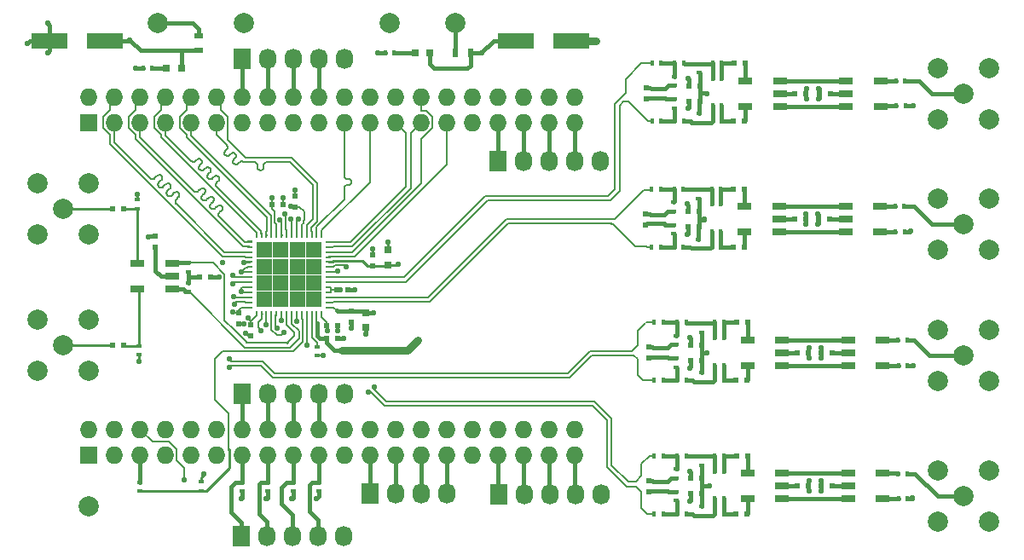
<source format=gbr>
%TF.GenerationSoftware,KiCad,Pcbnew,(5.1.0-1157-gc8cd95a71)*%
%TF.CreationDate,2019-06-29T21:36:28-07:00*%
%TF.ProjectId,adc344x,61646333-3434-4782-9e6b-696361645f70,rev?*%
%TF.SameCoordinates,Original*%
%TF.FileFunction,Copper,L1,Top*%
%TF.FilePolarity,Positive*%
%FSLAX46Y46*%
G04 Gerber Fmt 4.6, Leading zero omitted, Abs format (unit mm)*
G04 Created by KiCad (PCBNEW (5.1.0-1157-gc8cd95a71)) date 2019-06-29 21:36:28*
%MOMM*%
%LPD*%
G04 APERTURE LIST*
%ADD10C,2.000000*%
%ADD11O,1.727200X2.032000*%
%ADD12R,1.727200X2.032000*%
%ADD13R,3.599180X1.600200*%
%ADD14R,0.750000X0.800000*%
%ADD15R,0.600000X0.500000*%
%ADD16R,0.500000X0.600000*%
%ADD17R,0.797560X0.797560*%
%ADD18R,0.500000X0.900000*%
%ADD19R,0.900000X0.500000*%
%ADD20R,0.400000X0.600000*%
%ADD21R,0.600000X0.400000*%
%ADD22R,1.400000X0.760000*%
%ADD23R,1.727200X1.727200*%
%ADD24O,1.727200X1.727200*%
%ADD25C,0.100000*%
%ADD26C,0.240000*%
%ADD27R,0.600000X0.240000*%
%ADD28R,0.240000X0.600000*%
%ADD29R,1.650000X1.650000*%
%ADD30C,0.560000*%
%ADD31C,0.200000*%
%ADD32C,0.250000*%
%ADD33C,0.400000*%
%ADD34C,0.800000*%
G04 APERTURE END LIST*
D10*
X205000000Y-93000000D03*
X207540000Y-90460000D03*
X207540000Y-95540000D03*
X202460000Y-95540000D03*
X202460000Y-90460000D03*
X205000000Y-53000000D03*
X207540000Y-50460000D03*
X207540000Y-55540000D03*
X202460000Y-55540000D03*
X202460000Y-50460000D03*
X115570000Y-64500000D03*
X113030000Y-67040000D03*
X113030000Y-61960000D03*
X118110000Y-61960000D03*
X118110000Y-67040000D03*
X115570000Y-78000000D03*
X113030000Y-80540000D03*
X113030000Y-75460000D03*
X118110000Y-75460000D03*
X118110000Y-80540000D03*
X205000000Y-79000000D03*
X207540000Y-76460000D03*
X207540000Y-81540000D03*
X202460000Y-81540000D03*
X202460000Y-76460000D03*
X205000000Y-66000000D03*
X207540000Y-63460000D03*
X207540000Y-68540000D03*
X202460000Y-68540000D03*
X202460000Y-63460000D03*
D11*
X143410000Y-97000000D03*
X140870000Y-97000000D03*
X138330000Y-97000000D03*
X135790000Y-97000000D03*
D12*
X133250000Y-97000000D03*
D11*
X143540000Y-49600000D03*
X141000000Y-49600000D03*
X138460000Y-49600000D03*
X135920000Y-49600000D03*
D12*
X133380000Y-49600000D03*
D11*
X143510000Y-82804000D03*
X140970000Y-82804000D03*
X138430000Y-82804000D03*
X135890000Y-82804000D03*
D12*
X133350000Y-82804000D03*
D11*
X168960000Y-92800000D03*
X166420000Y-92800000D03*
X163880000Y-92800000D03*
X161340000Y-92800000D03*
D12*
X158800000Y-92800000D03*
D11*
X168910000Y-59750000D03*
X166370000Y-59750000D03*
X163830000Y-59750000D03*
X161290000Y-59750000D03*
D12*
X158750000Y-59750000D03*
D13*
X119750000Y-47750000D03*
X114248360Y-47750000D03*
X166000820Y-47750000D03*
X160499180Y-47750000D03*
D14*
X145600000Y-74750000D03*
X145600000Y-76250000D03*
D15*
X121550000Y-64500000D03*
X120450000Y-64500000D03*
X121550000Y-78000000D03*
X120450000Y-78000000D03*
D14*
X147800000Y-68550000D03*
X147800000Y-70050000D03*
D15*
X142850000Y-76100000D03*
X141750000Y-76100000D03*
D16*
X124750000Y-68250000D03*
X124750000Y-67150000D03*
D15*
X142750000Y-72500000D03*
X143850000Y-72500000D03*
D16*
X134200000Y-77050000D03*
X134200000Y-75950000D03*
D15*
X141750000Y-77300000D03*
X142850000Y-77300000D03*
X129150000Y-71250000D03*
X130250000Y-71250000D03*
D16*
X144200000Y-75750000D03*
X144200000Y-74650000D03*
X133000000Y-75850000D03*
X133000000Y-74750000D03*
D15*
X137400000Y-64000000D03*
X136300000Y-64000000D03*
D16*
X138600000Y-64250000D03*
X138600000Y-63150000D03*
X146300000Y-69050000D03*
X146300000Y-70150000D03*
D15*
X191750000Y-53000000D03*
X190650000Y-53000000D03*
X189350000Y-53000000D03*
X188250000Y-53000000D03*
X183300000Y-50000000D03*
X182200000Y-50000000D03*
X182150000Y-55750000D03*
X183250000Y-55750000D03*
X178800000Y-53750000D03*
X177700000Y-53750000D03*
X177700000Y-52250000D03*
X178800000Y-52250000D03*
D16*
X173500000Y-52450000D03*
X173500000Y-53550000D03*
D17*
X150501400Y-49000000D03*
X152000000Y-49000000D03*
X127309300Y-50500000D03*
X125810700Y-50500000D03*
D10*
X154500000Y-46000000D03*
X125000000Y-46000000D03*
X118110000Y-93980000D03*
X148000000Y-46000000D03*
X133500000Y-46000000D03*
D11*
X153670000Y-92710000D03*
X151130000Y-92710000D03*
X148590000Y-92710000D03*
D12*
X146050000Y-92710000D03*
D18*
X154500000Y-49000000D03*
X156000000Y-49000000D03*
D19*
X129000000Y-48750000D03*
X129000000Y-47250000D03*
D20*
X180050000Y-51500000D03*
X180950000Y-51500000D03*
X180050000Y-54250000D03*
X180950000Y-54250000D03*
D21*
X174750000Y-53450000D03*
X174750000Y-52550000D03*
X122900000Y-64450000D03*
X122900000Y-63550000D03*
X123100000Y-78050000D03*
X123100000Y-78950000D03*
X123190000Y-92525000D03*
X123190000Y-91625000D03*
X129250000Y-91550000D03*
X129250000Y-92450000D03*
X128000000Y-69800000D03*
X128000000Y-70700000D03*
X128000000Y-71800000D03*
X128000000Y-72700000D03*
X133350000Y-92525000D03*
X133350000Y-91625000D03*
X135890000Y-91625000D03*
X135890000Y-92525000D03*
X138430000Y-92525000D03*
X138430000Y-91625000D03*
X140970000Y-91625000D03*
X140970000Y-92525000D03*
X140800000Y-79050000D03*
X140800000Y-78150000D03*
D20*
X148450000Y-49000000D03*
X147550000Y-49000000D03*
X123500000Y-50500000D03*
X124400000Y-50500000D03*
X198250000Y-51750000D03*
X199150000Y-51750000D03*
X199200000Y-54250000D03*
X198300000Y-54250000D03*
X180950000Y-50000000D03*
X180050000Y-50000000D03*
X180050000Y-55750000D03*
X180950000Y-55750000D03*
D21*
X178750000Y-50050000D03*
X178750000Y-50950000D03*
X178750000Y-55900000D03*
X178750000Y-55000000D03*
D20*
X176300000Y-50000000D03*
X177200000Y-50000000D03*
X177200000Y-55750000D03*
X176300000Y-55750000D03*
D21*
X176250000Y-51300000D03*
X176250000Y-52200000D03*
X176250000Y-54450000D03*
X176250000Y-53550000D03*
D20*
X174950000Y-50000000D03*
X174050000Y-50000000D03*
X174050000Y-55750000D03*
X174950000Y-55750000D03*
D22*
X126365000Y-69850000D03*
X126365000Y-69850000D03*
X126365000Y-71120000D03*
X126365000Y-72390000D03*
X122935000Y-72390000D03*
X122935000Y-69850000D03*
X196750000Y-54270000D03*
X196750000Y-51730000D03*
X193320000Y-51730000D03*
X193320000Y-53000000D03*
X193320000Y-54270000D03*
X193320000Y-54270000D03*
X186750000Y-51730000D03*
X186750000Y-51730000D03*
X186750000Y-53000000D03*
X186750000Y-54270000D03*
X183320000Y-54270000D03*
X183320000Y-51730000D03*
D23*
X118110000Y-88900000D03*
D24*
X118110000Y-86360000D03*
X120650000Y-88900000D03*
X120650000Y-86360000D03*
X123190000Y-88900000D03*
X123190000Y-86360000D03*
X125730000Y-88900000D03*
X125730000Y-86360000D03*
X128270000Y-88900000D03*
X128270000Y-86360000D03*
X130810000Y-88900000D03*
X130810000Y-86360000D03*
X133350000Y-88900000D03*
X133350000Y-86360000D03*
X135890000Y-88900000D03*
X135890000Y-86360000D03*
X138430000Y-88900000D03*
X138430000Y-86360000D03*
X140970000Y-88900000D03*
X140970000Y-86360000D03*
X143510000Y-88900000D03*
X143510000Y-86360000D03*
X146050000Y-88900000D03*
X146050000Y-86360000D03*
X148590000Y-88900000D03*
X148590000Y-86360000D03*
X151130000Y-88900000D03*
X151130000Y-86360000D03*
X153670000Y-88900000D03*
X153670000Y-86360000D03*
X156210000Y-88900000D03*
X156210000Y-86360000D03*
X158750000Y-88900000D03*
X158750000Y-86360000D03*
X161290000Y-88900000D03*
X161290000Y-86360000D03*
X163830000Y-88900000D03*
X163830000Y-86360000D03*
X166370000Y-88900000D03*
X166370000Y-86360000D03*
X166370000Y-53340000D03*
X166370000Y-55880000D03*
X163830000Y-53340000D03*
X163830000Y-55880000D03*
X161290000Y-53340000D03*
X161290000Y-55880000D03*
X158750000Y-53340000D03*
X158750000Y-55880000D03*
X156210000Y-53340000D03*
X156210000Y-55880000D03*
X153670000Y-53340000D03*
X153670000Y-55880000D03*
X151130000Y-53340000D03*
X151130000Y-55880000D03*
X148590000Y-53340000D03*
X148590000Y-55880000D03*
X146050000Y-53340000D03*
X146050000Y-55880000D03*
X143510000Y-53340000D03*
X143510000Y-55880000D03*
X140970000Y-53340000D03*
X140970000Y-55880000D03*
X138430000Y-53340000D03*
X138430000Y-55880000D03*
X135890000Y-53340000D03*
X135890000Y-55880000D03*
X133350000Y-53340000D03*
X133350000Y-55880000D03*
X130810000Y-53340000D03*
X130810000Y-55880000D03*
X128270000Y-53340000D03*
X128270000Y-55880000D03*
X125730000Y-53340000D03*
X125730000Y-55880000D03*
X123190000Y-53340000D03*
X123190000Y-55880000D03*
X120650000Y-53340000D03*
X120650000Y-55880000D03*
X118110000Y-53340000D03*
D23*
X118110000Y-55880000D03*
D25*
G36*
X134362961Y-67634567D02*
G01*
X134382426Y-67647574D01*
X134395433Y-67667039D01*
X134400000Y-67690000D01*
X134400000Y-67810000D01*
X134395433Y-67832961D01*
X134382426Y-67852426D01*
X134362961Y-67865433D01*
X134340000Y-67870000D01*
X133860000Y-67870000D01*
X133837039Y-67865433D01*
X133817574Y-67852426D01*
X133804567Y-67832961D01*
X133800000Y-67810000D01*
X133800000Y-67690000D01*
X133804567Y-67667039D01*
X133817574Y-67647574D01*
X133837039Y-67634567D01*
X133860000Y-67630000D01*
X134340000Y-67630000D01*
X134362961Y-67634567D01*
X134362961Y-67634567D01*
G37*
D26*
X134100000Y-67750000D03*
D27*
X134100000Y-68250000D03*
X134100000Y-68750000D03*
X134100000Y-69250000D03*
X134100000Y-69750000D03*
X134100000Y-70250000D03*
X134100000Y-70750000D03*
X134100000Y-71250000D03*
X134100000Y-71750000D03*
X134100000Y-72250000D03*
X134100000Y-72750000D03*
X134100000Y-73250000D03*
X134100000Y-73750000D03*
X134100000Y-74250000D03*
D28*
X134750000Y-74900000D03*
X135250000Y-74900000D03*
X135750000Y-74900000D03*
X136250000Y-74900000D03*
X136750000Y-74900000D03*
X137250000Y-74900000D03*
X137750000Y-74900000D03*
X138250000Y-74900000D03*
X138750000Y-74900000D03*
X139250000Y-74900000D03*
X139750000Y-74900000D03*
X140250000Y-74900000D03*
X140750000Y-74900000D03*
X141250000Y-74900000D03*
D27*
X141900000Y-74250000D03*
X141900000Y-73750000D03*
X141900000Y-73250000D03*
X141900000Y-72750000D03*
X141900000Y-72250000D03*
X141900000Y-71750000D03*
X141900000Y-71250000D03*
X141900000Y-70750000D03*
X141900000Y-70250000D03*
X141900000Y-69750000D03*
X141900000Y-69250000D03*
X141900000Y-68750000D03*
X141900000Y-68250000D03*
X141900000Y-67750000D03*
D28*
X141250000Y-67100000D03*
X140750000Y-67100000D03*
X140250000Y-67100000D03*
X139750000Y-67100000D03*
X139250000Y-67100000D03*
X138750000Y-67100000D03*
X138250000Y-67100000D03*
X137750000Y-67100000D03*
X137250000Y-67100000D03*
X136750000Y-67100000D03*
X136250000Y-67100000D03*
X135750000Y-67100000D03*
X135250000Y-67100000D03*
X134750000Y-67100000D03*
D29*
X135525000Y-68525000D03*
X135525000Y-70175000D03*
X135525000Y-71825000D03*
X135525000Y-73475000D03*
X137175000Y-68525000D03*
X137175000Y-70175000D03*
X137175000Y-71825000D03*
X137175000Y-73475000D03*
X138825000Y-68525000D03*
X138825000Y-70175000D03*
X138825000Y-71825000D03*
X138825000Y-73475000D03*
X140475000Y-68525000D03*
X140475000Y-70175000D03*
X140475000Y-71825000D03*
X140475000Y-73475000D03*
D15*
X191965000Y-92000000D03*
X190865000Y-92000000D03*
X188465000Y-92000000D03*
X189565000Y-92000000D03*
X183515000Y-89000000D03*
X182415000Y-89000000D03*
X182365000Y-94750000D03*
X183465000Y-94750000D03*
X179015000Y-92750000D03*
X177915000Y-92750000D03*
X177915000Y-91250000D03*
X179015000Y-91250000D03*
D16*
X173715000Y-91450000D03*
X173715000Y-92550000D03*
D15*
X190865000Y-78750000D03*
X191965000Y-78750000D03*
X188465000Y-78750000D03*
X189565000Y-78750000D03*
X183515000Y-75750000D03*
X182415000Y-75750000D03*
X182365000Y-81500000D03*
X183465000Y-81500000D03*
X179015000Y-79500000D03*
X177915000Y-79500000D03*
X177915000Y-78000000D03*
X179015000Y-78000000D03*
D16*
X173715000Y-78200000D03*
X173715000Y-79300000D03*
D15*
X191680000Y-65480000D03*
X190580000Y-65480000D03*
X189280000Y-65480000D03*
X188180000Y-65480000D03*
X182130000Y-62480000D03*
X183230000Y-62480000D03*
X182080000Y-68230000D03*
X183180000Y-68230000D03*
X177630000Y-66230000D03*
X178730000Y-66230000D03*
X178730000Y-64730000D03*
X177630000Y-64730000D03*
D16*
X173430000Y-64930000D03*
X173430000Y-66030000D03*
D20*
X181165000Y-90500000D03*
X180265000Y-90500000D03*
X180265000Y-93250000D03*
X181165000Y-93250000D03*
D21*
X174965000Y-91550000D03*
X174965000Y-92450000D03*
D20*
X181165000Y-77250000D03*
X180265000Y-77250000D03*
X180265000Y-80000000D03*
X181165000Y-80000000D03*
D21*
X174965000Y-78300000D03*
X174965000Y-79200000D03*
D20*
X179980000Y-63980000D03*
X180880000Y-63980000D03*
X180880000Y-66730000D03*
X179980000Y-66730000D03*
D21*
X174680000Y-65930000D03*
X174680000Y-65030000D03*
D20*
X199365000Y-90750000D03*
X198465000Y-90750000D03*
X198515000Y-93250000D03*
X199415000Y-93250000D03*
X180265000Y-89000000D03*
X181165000Y-89000000D03*
X181165000Y-94750000D03*
X180265000Y-94750000D03*
D21*
X178965000Y-89950000D03*
X178965000Y-89050000D03*
X178965000Y-94000000D03*
X178965000Y-94900000D03*
D20*
X177415000Y-89000000D03*
X176515000Y-89000000D03*
X176515000Y-94750000D03*
X177415000Y-94750000D03*
D21*
X176465000Y-91200000D03*
X176465000Y-90300000D03*
X176465000Y-92550000D03*
X176465000Y-93450000D03*
D20*
X174265000Y-89000000D03*
X175165000Y-89000000D03*
X175165000Y-94750000D03*
X174265000Y-94750000D03*
X199365000Y-77500000D03*
X198465000Y-77500000D03*
X198515000Y-80000000D03*
X199415000Y-80000000D03*
X180265000Y-75750000D03*
X181165000Y-75750000D03*
X181165000Y-81500000D03*
X180265000Y-81500000D03*
D21*
X178965000Y-76700000D03*
X178965000Y-75800000D03*
X178965000Y-80750000D03*
X178965000Y-81650000D03*
D20*
X176515000Y-75750000D03*
X177415000Y-75750000D03*
X177415000Y-81500000D03*
X176515000Y-81500000D03*
D21*
X176465000Y-77050000D03*
X176465000Y-77950000D03*
X176465000Y-80200000D03*
X176465000Y-79300000D03*
D20*
X174265000Y-75750000D03*
X175165000Y-75750000D03*
X175165000Y-81500000D03*
X174265000Y-81500000D03*
X198180000Y-64230000D03*
X199080000Y-64230000D03*
X199130000Y-66730000D03*
X198230000Y-66730000D03*
X180880000Y-62480000D03*
X179980000Y-62480000D03*
X179980000Y-68230000D03*
X180880000Y-68230000D03*
D21*
X178680000Y-62530000D03*
X178680000Y-63430000D03*
X178680000Y-68380000D03*
X178680000Y-67480000D03*
D20*
X177130000Y-62480000D03*
X176230000Y-62480000D03*
X176230000Y-68230000D03*
X177130000Y-68230000D03*
D21*
X176180000Y-63780000D03*
X176180000Y-64680000D03*
X176180000Y-66930000D03*
X176180000Y-66030000D03*
D20*
X174880000Y-62480000D03*
X173980000Y-62480000D03*
X173980000Y-68230000D03*
X174880000Y-68230000D03*
D22*
X196965000Y-93270000D03*
X196965000Y-90730000D03*
X193535000Y-90730000D03*
X193535000Y-92000000D03*
X193535000Y-93270000D03*
X193535000Y-93270000D03*
X186965000Y-90730000D03*
X186965000Y-90730000D03*
X186965000Y-92000000D03*
X186965000Y-93270000D03*
X183535000Y-93270000D03*
X183535000Y-90730000D03*
X196965000Y-80020000D03*
X196965000Y-77480000D03*
X193535000Y-77480000D03*
X193535000Y-78750000D03*
X193535000Y-80020000D03*
X193535000Y-80020000D03*
X186965000Y-77480000D03*
X186965000Y-77480000D03*
X186965000Y-78750000D03*
X186965000Y-80020000D03*
X183535000Y-80020000D03*
X183535000Y-77480000D03*
X193250000Y-66750000D03*
X193250000Y-66750000D03*
X193250000Y-65480000D03*
X193250000Y-64210000D03*
X196680000Y-64210000D03*
X196680000Y-66750000D03*
X183250000Y-64210000D03*
X183250000Y-66750000D03*
X186680000Y-66750000D03*
X186680000Y-65480000D03*
X186680000Y-64210000D03*
X186680000Y-64210000D03*
D30*
X127600000Y-91400000D03*
X146486379Y-82113621D03*
X145913621Y-82686379D03*
X132400000Y-71905000D03*
X132400000Y-71095000D03*
X139800000Y-78000000D03*
X141400000Y-79000000D03*
X129500000Y-90750000D03*
X150750000Y-77500000D03*
X179500000Y-53000000D03*
X179250000Y-65500000D03*
X179500000Y-78750000D03*
X179750000Y-92000000D03*
X132506688Y-73141286D03*
X136837211Y-76278294D03*
X168500000Y-47750000D03*
X143109998Y-72500000D03*
X144500000Y-72500000D03*
X122800000Y-50500000D03*
X122200000Y-47700000D03*
X146800000Y-49000000D03*
X157100000Y-49000000D03*
X199900000Y-93200000D03*
X200000000Y-80000000D03*
X199700000Y-66700000D03*
X132100000Y-79395000D03*
X132100000Y-80205000D03*
X131065010Y-71236795D03*
X143700000Y-70200000D03*
X142792998Y-70667089D03*
X146300000Y-68400000D03*
X147800000Y-67800000D03*
X148800000Y-70000000D03*
X145600000Y-76900000D03*
X144200000Y-76300000D03*
X146400000Y-74800000D03*
X142800000Y-76600000D03*
X141800000Y-76600000D03*
X143400000Y-77300000D03*
X122900000Y-63000000D03*
X123100000Y-79600000D03*
X190600000Y-53500000D03*
X190600000Y-52500000D03*
X189400000Y-53500000D03*
X189400000Y-52500000D03*
X177600000Y-54500000D03*
X177600000Y-51500000D03*
X200000000Y-54250000D03*
X177815000Y-90500000D03*
X177815000Y-93500000D03*
X189615000Y-91500000D03*
X189615000Y-92500000D03*
X190815000Y-91500000D03*
X190815000Y-92500000D03*
X177815000Y-77250000D03*
X177815000Y-80250000D03*
X189615000Y-78250000D03*
X189615000Y-79250000D03*
X190815000Y-78250000D03*
X190815000Y-79250000D03*
X177530000Y-63980000D03*
X177530000Y-66980000D03*
X189330000Y-64980000D03*
X189330000Y-65980000D03*
X190530000Y-64980000D03*
X190530000Y-65980000D03*
X114000000Y-46000000D03*
X114000000Y-49000000D03*
X112000000Y-48000000D03*
X140750000Y-93250000D03*
X133250000Y-93250000D03*
X135750000Y-93250000D03*
X138250000Y-93250000D03*
X135222096Y-76529506D03*
X135709990Y-76000000D03*
X137500000Y-76750000D03*
X124000000Y-67250000D03*
X135500000Y-68600000D03*
X137200000Y-68500000D03*
X138900000Y-68500000D03*
X140600000Y-68500000D03*
X140500000Y-70000000D03*
X138825000Y-70175000D03*
X137200000Y-70200000D03*
X135500000Y-70200000D03*
X135500000Y-71800000D03*
X137200000Y-71800000D03*
X138800000Y-71800000D03*
X140475000Y-71825000D03*
X140500000Y-73500000D03*
X138800000Y-73500000D03*
X137200000Y-73500000D03*
X135600000Y-73500000D03*
X131400000Y-69800000D03*
X132600000Y-73905000D03*
X137549739Y-64944316D03*
X136300000Y-63400000D03*
X137400000Y-63400000D03*
X138600000Y-62600000D03*
X138180208Y-65481930D03*
X137100196Y-65536379D03*
X138900196Y-65487785D03*
X138140002Y-64200000D03*
X133700000Y-76800000D03*
X133500000Y-75900000D03*
X132400000Y-74700000D03*
X133900000Y-75300000D03*
X133300000Y-72700000D03*
X133300000Y-70700000D03*
X133499446Y-69798613D03*
X137209990Y-75525530D03*
X138774399Y-75605764D03*
D31*
X169575000Y-85493200D02*
X169575000Y-90093200D01*
X168106800Y-84025000D02*
X169575000Y-85493200D01*
X147506801Y-84025000D02*
X168106800Y-84025000D01*
X172425000Y-92025000D02*
X173000000Y-92600000D01*
X173000000Y-94200000D02*
X173550000Y-94750000D01*
X145913621Y-82686379D02*
X146168180Y-82686379D01*
X146168180Y-82686379D02*
X147506801Y-84025000D01*
X173000000Y-92600000D02*
X173000000Y-94200000D01*
X173550000Y-94750000D02*
X174265000Y-94750000D01*
X169575000Y-90093200D02*
X171506800Y-92025000D01*
X171506800Y-92025000D02*
X172425000Y-92025000D01*
X170025000Y-85306800D02*
X170025000Y-89906800D01*
X168293200Y-83575000D02*
X170025000Y-85306800D01*
X146486379Y-82113621D02*
X146486379Y-82368180D01*
X147693199Y-83575000D02*
X168293200Y-83575000D01*
X173800000Y-89000000D02*
X174265000Y-89000000D01*
X146486379Y-82368180D02*
X147693199Y-83575000D01*
X173000000Y-89800000D02*
X173800000Y-89000000D01*
X170025000Y-89906800D02*
X171693200Y-91575000D01*
X173000000Y-91000000D02*
X173000000Y-89800000D01*
X171693200Y-91575000D02*
X172425000Y-91575000D01*
X172425000Y-91575000D02*
X173000000Y-91000000D01*
X135206800Y-80025000D02*
X136406800Y-81225000D01*
X165893200Y-81225000D02*
X168093200Y-79025000D01*
X136406800Y-81225000D02*
X165893200Y-81225000D01*
X132280000Y-80025000D02*
X135206800Y-80025000D01*
X172600000Y-79400000D02*
X172600000Y-81000000D01*
X132100000Y-80205000D02*
X132280000Y-80025000D01*
X168093200Y-79025000D02*
X172225000Y-79025000D01*
X172225000Y-79025000D02*
X172600000Y-79400000D01*
X172600000Y-81000000D02*
X173100000Y-81500000D01*
X173100000Y-81500000D02*
X174265000Y-81500000D01*
X172600000Y-76600000D02*
X173400000Y-75800000D01*
X172600000Y-78000000D02*
X172600000Y-76600000D01*
X172025000Y-78575000D02*
X172600000Y-78000000D01*
X171825000Y-78575000D02*
X172000000Y-78575000D01*
X167906800Y-78575000D02*
X171825000Y-78575000D01*
X171825000Y-78575000D02*
X172025000Y-78575000D01*
X174265000Y-75750000D02*
X173450000Y-75750000D01*
X170825000Y-54175000D02*
X171200000Y-53800000D01*
X170825000Y-54193200D02*
X170825000Y-54175000D01*
X171700000Y-53800000D02*
X171200000Y-53800000D01*
X174050000Y-55750000D02*
X173650000Y-55750000D01*
X173650000Y-55750000D02*
X171700000Y-53800000D01*
X171406800Y-51593200D02*
X173000000Y-50000000D01*
X173000000Y-50000000D02*
X174050000Y-50000000D01*
X171406800Y-52975000D02*
X171406800Y-51593200D01*
X170325000Y-65475000D02*
X170400000Y-65400000D01*
X159606800Y-65475000D02*
X170325000Y-65475000D01*
X170200000Y-66000000D02*
X170000000Y-66000000D01*
X170200000Y-66000000D02*
X170400000Y-66200000D01*
X159793200Y-65925000D02*
X170125000Y-65925000D01*
X172400000Y-68200000D02*
X170400000Y-66200000D01*
X173550000Y-68200000D02*
X172400000Y-68200000D01*
X173980000Y-68230000D02*
X173580000Y-68230000D01*
X173580000Y-68230000D02*
X173550000Y-68200000D01*
X173200000Y-62600000D02*
X170400000Y-65400000D01*
X173960000Y-62600000D02*
X173200000Y-62600000D01*
X173980000Y-62480000D02*
X173980000Y-62580000D01*
X173980000Y-62580000D02*
X173960000Y-62600000D01*
X126092930Y-87600000D02*
X124430000Y-87600000D01*
X124430000Y-87600000D02*
X123190000Y-86360000D01*
X126853601Y-89453601D02*
X126853601Y-88360671D01*
X127600000Y-90200000D02*
X126853601Y-89453601D01*
X126853601Y-88360671D02*
X126092930Y-87600000D01*
X127600000Y-91400000D02*
X127600000Y-90200000D01*
X133624999Y-71725000D02*
X132580000Y-71725000D01*
X132580000Y-71275000D02*
X132400000Y-71095000D01*
X134100000Y-71750000D02*
X133649999Y-71750000D01*
X133649999Y-71750000D02*
X133624999Y-71725000D01*
X133649999Y-71250000D02*
X133624999Y-71275000D01*
X132580000Y-71725000D02*
X132400000Y-71905000D01*
X133624999Y-71275000D02*
X132580000Y-71275000D01*
X134100000Y-71250000D02*
X133649999Y-71250000D01*
X165706800Y-80775000D02*
X167906800Y-78575000D01*
X132100000Y-79395000D02*
X132280000Y-79575000D01*
X132280000Y-79575000D02*
X135393200Y-79575000D01*
X135393200Y-79575000D02*
X136593200Y-80775000D01*
X136593200Y-80775000D02*
X165706800Y-80775000D01*
X139750000Y-77950000D02*
X139800000Y-78000000D01*
X139750000Y-75400000D02*
X139750000Y-77950000D01*
X141350000Y-79050000D02*
X141400000Y-79000000D01*
X140800000Y-79050000D02*
X141350000Y-79050000D01*
X140250000Y-77250000D02*
X140300000Y-77250000D01*
X140300000Y-77250000D02*
X140800000Y-77750000D01*
X140800000Y-77750000D02*
X140800000Y-78150000D01*
X140250000Y-75390869D02*
X140250000Y-77250000D01*
X132000000Y-84800000D02*
X132000000Y-88400000D01*
X130600000Y-83400000D02*
X132000000Y-84800000D01*
X130600000Y-82400000D02*
X130600000Y-83400000D01*
X130600000Y-79400000D02*
X130600000Y-82400000D01*
X131400000Y-78600000D02*
X130600000Y-79400000D01*
X133400000Y-78600000D02*
X131400000Y-78600000D01*
X138400000Y-78600000D02*
X133400000Y-78600000D01*
X139350000Y-77650000D02*
X138400000Y-78600000D01*
X139250000Y-75350000D02*
X139350000Y-75450000D01*
X139350000Y-75450000D02*
X139350000Y-77650000D01*
X133625000Y-78225000D02*
X128100000Y-72700000D01*
X138093200Y-78225000D02*
X133625000Y-78225000D01*
X138975000Y-76605569D02*
X138975000Y-77343200D01*
X138234397Y-75415603D02*
X138234397Y-75864966D01*
X128100000Y-72700000D02*
X128000000Y-72700000D01*
X138975000Y-77343200D02*
X138093200Y-78225000D01*
X138250000Y-74900000D02*
X138250000Y-75400000D01*
X138250000Y-75400000D02*
X138234397Y-75415603D01*
X138234397Y-75864966D02*
X138975000Y-76605569D01*
D32*
X129500000Y-90850000D02*
X129500000Y-90750000D01*
X129250000Y-91550000D02*
X129250000Y-91100000D01*
X129250000Y-91100000D02*
X129500000Y-90850000D01*
D33*
X142500000Y-78500000D02*
X143250000Y-78500000D01*
X141750000Y-77750000D02*
X142500000Y-78500000D01*
D34*
X149750000Y-78500000D02*
X143250000Y-78500000D01*
X150750000Y-77500000D02*
X149750000Y-78500000D01*
D33*
X178800000Y-52950000D02*
X178800000Y-52250000D01*
X178800000Y-53750000D02*
X178800000Y-52950000D01*
X178800000Y-52950000D02*
X179450000Y-52950000D01*
X179450000Y-52950000D02*
X179500000Y-53000000D01*
X178730000Y-65520000D02*
X178730000Y-64730000D01*
X178730000Y-66230000D02*
X178730000Y-65520000D01*
X179230000Y-65520000D02*
X179250000Y-65500000D01*
X178730000Y-65520000D02*
X179230000Y-65520000D01*
X179015000Y-78735000D02*
X179015000Y-78000000D01*
X179015000Y-79500000D02*
X179015000Y-78735000D01*
X179015000Y-78735000D02*
X179485000Y-78735000D01*
X179485000Y-78735000D02*
X179500000Y-78750000D01*
X179030000Y-92000000D02*
X179750000Y-92000000D01*
X179015000Y-91985000D02*
X179030000Y-92000000D01*
X179015000Y-91250000D02*
X179015000Y-91985000D01*
D31*
X134100000Y-73250000D02*
X132615402Y-73250000D01*
X132615402Y-73250000D02*
X132506688Y-73141286D01*
X136750000Y-74900000D02*
X136631025Y-75018975D01*
X136789714Y-77029999D02*
X137220001Y-77029999D01*
X136631025Y-76072108D02*
X136837211Y-76278294D01*
X136631025Y-75018975D02*
X136631025Y-76072108D01*
X136250000Y-76490285D02*
X136789714Y-77029999D01*
X137220001Y-77029999D02*
X137500000Y-76750000D01*
X136250000Y-74900000D02*
X136250000Y-76490285D01*
D34*
X166000820Y-47750000D02*
X168500000Y-47750000D01*
D31*
X134100000Y-74250000D02*
X133250000Y-74250000D01*
X142750000Y-72500000D02*
X143109998Y-72500000D01*
D33*
X143850000Y-72500000D02*
X144500000Y-72500000D01*
X123500000Y-50500000D02*
X122800000Y-50500000D01*
X125810700Y-50500000D02*
X124400000Y-50500000D01*
X127309300Y-48790700D02*
X127400000Y-48700000D01*
X127309300Y-49701220D02*
X127309300Y-48790700D01*
X127309300Y-50500000D02*
X127309300Y-49701220D01*
X127309300Y-49701220D02*
X127300000Y-49691920D01*
X122250000Y-47750000D02*
X122200000Y-47700000D01*
X123250000Y-48750000D02*
X122250000Y-47750000D01*
X122250000Y-47750000D02*
X119750000Y-47750000D01*
X129000000Y-48750000D02*
X123250000Y-48750000D01*
X125000000Y-46000000D02*
X128400000Y-46000000D01*
X128400000Y-46000000D02*
X129000000Y-46600000D01*
X129000000Y-46600000D02*
X129000000Y-47250000D01*
X147550000Y-49000000D02*
X146800000Y-49000000D01*
X150501400Y-49000000D02*
X148450000Y-49000000D01*
X155700000Y-50500000D02*
X156000000Y-50200000D01*
X156000000Y-50200000D02*
X156000000Y-49000000D01*
X152400000Y-50500000D02*
X155700000Y-50500000D01*
X152000000Y-50100000D02*
X152400000Y-50500000D01*
X152000000Y-49000000D02*
X152000000Y-50100000D01*
X154500000Y-49000000D02*
X154500000Y-46000000D01*
X157049590Y-49000000D02*
X157100000Y-49000000D01*
X158299590Y-47750000D02*
X157049590Y-49000000D01*
X160499180Y-47750000D02*
X158299590Y-47750000D01*
X157049590Y-49000000D02*
X156000000Y-49000000D01*
X202400000Y-93000000D02*
X200150000Y-90750000D01*
X205000000Y-93000000D02*
X202400000Y-93000000D01*
X200150000Y-90750000D02*
X199365000Y-90750000D01*
X201600000Y-79000000D02*
X200100000Y-77500000D01*
X200100000Y-77500000D02*
X199365000Y-77500000D01*
X205000000Y-79000000D02*
X201600000Y-79000000D01*
X201800000Y-53000000D02*
X200550000Y-51750000D01*
X200550000Y-51750000D02*
X199150000Y-51750000D01*
X205000000Y-53000000D02*
X201800000Y-53000000D01*
X201800000Y-66000000D02*
X200030000Y-64230000D01*
X200030000Y-64230000D02*
X199080000Y-64230000D01*
X205000000Y-66000000D02*
X201800000Y-66000000D01*
X199850000Y-93250000D02*
X199900000Y-93200000D01*
X199415000Y-93250000D02*
X199850000Y-93250000D01*
X199415000Y-80000000D02*
X200000000Y-80000000D01*
X199670000Y-66730000D02*
X199700000Y-66700000D01*
X199130000Y-66730000D02*
X199670000Y-66730000D01*
X130250000Y-71250000D02*
X131051805Y-71250000D01*
X131051805Y-71250000D02*
X131065010Y-71236795D01*
D31*
X132584100Y-76515900D02*
X131605012Y-75536812D01*
X131605012Y-70977593D02*
X130427419Y-69800000D01*
X131605012Y-75536812D02*
X131605012Y-70977593D01*
X128500000Y-69800000D02*
X128000000Y-69800000D01*
X130427419Y-69800000D02*
X128500000Y-69800000D01*
X151806800Y-73275000D02*
X159606800Y-65475000D01*
X142375001Y-73275000D02*
X151806800Y-73275000D01*
X142350001Y-73250000D02*
X142375001Y-73275000D01*
X141900000Y-73250000D02*
X142350001Y-73250000D01*
X141900000Y-73750000D02*
X142350001Y-73750000D01*
X142350001Y-73750000D02*
X142375001Y-73725000D01*
X151993200Y-73725000D02*
X159793200Y-65925000D01*
X142375001Y-73725000D02*
X151993200Y-73725000D01*
X170375000Y-54006800D02*
X171406800Y-52975000D01*
X170825000Y-62693200D02*
X170825000Y-54193200D01*
X170375000Y-62506800D02*
X170375000Y-54006800D01*
X169893200Y-63625000D02*
X170825000Y-62693200D01*
X169706800Y-63175000D02*
X170375000Y-62506800D01*
X157693200Y-63625000D02*
X169893200Y-63625000D01*
X157506800Y-63175000D02*
X169706800Y-63175000D01*
X149593200Y-71725000D02*
X157693200Y-63625000D01*
X149406800Y-71275000D02*
X157506800Y-63175000D01*
X142350001Y-71250000D02*
X142375001Y-71275000D01*
X142350001Y-71750000D02*
X142375001Y-71725000D01*
X142375001Y-71725000D02*
X149593200Y-71725000D01*
X141900000Y-71750000D02*
X142350001Y-71750000D01*
X141900000Y-71250000D02*
X142350001Y-71250000D01*
X142375001Y-71275000D02*
X149406800Y-71275000D01*
X143550000Y-70050000D02*
X143700000Y-70200000D01*
X142600000Y-70050000D02*
X143550000Y-70050000D01*
D32*
X141900000Y-69750000D02*
X142305513Y-69750000D01*
X142305513Y-69750000D02*
X142440524Y-69614989D01*
X142440524Y-69614989D02*
X145264989Y-69614989D01*
X145264989Y-69614989D02*
X145800000Y-70150000D01*
D31*
X153670000Y-60048200D02*
X153670000Y-57101314D01*
X153670000Y-57101314D02*
X153670000Y-55880000D01*
X144493200Y-69225000D02*
X153670000Y-60048200D01*
X141925000Y-69225000D02*
X144493200Y-69225000D01*
D32*
X145800000Y-70150000D02*
X146300000Y-70150000D01*
D31*
X141900000Y-69250000D02*
X141925000Y-69225000D01*
X141900000Y-70750000D02*
X142710087Y-70750000D01*
X142710087Y-70750000D02*
X142792998Y-70667089D01*
X141900000Y-70250000D02*
X142400000Y-70250000D01*
X142400000Y-70250000D02*
X142600000Y-70050000D01*
D32*
X146300000Y-69050000D02*
X146300000Y-68400000D01*
X147800000Y-68550000D02*
X147800000Y-67800000D01*
X148750000Y-70050000D02*
X148800000Y-70000000D01*
X147800000Y-70050000D02*
X148750000Y-70050000D01*
X146300000Y-70150000D02*
X147700000Y-70150000D01*
X147700000Y-70150000D02*
X147800000Y-70050000D01*
D31*
X142150000Y-72250000D02*
X142150000Y-72400000D01*
X142150000Y-72400000D02*
X142250000Y-72500000D01*
X142250000Y-72500000D02*
X142750000Y-72500000D01*
X141900000Y-72250000D02*
X142150000Y-72250000D01*
X142150000Y-72750000D02*
X142150000Y-72600000D01*
X142150000Y-72600000D02*
X142250000Y-72500000D01*
X141900000Y-72750000D02*
X142150000Y-72750000D01*
D33*
X145600000Y-76250000D02*
X145600000Y-76900000D01*
X144200000Y-75750000D02*
X144200000Y-76300000D01*
X146350000Y-74750000D02*
X146400000Y-74800000D01*
X145600000Y-74750000D02*
X146350000Y-74750000D01*
X144200000Y-74650000D02*
X145500000Y-74650000D01*
X145500000Y-74650000D02*
X145600000Y-74750000D01*
X142700000Y-74550000D02*
X142800000Y-74650000D01*
X142800000Y-74650000D02*
X144200000Y-74650000D01*
D31*
X141900000Y-74250000D02*
X142400000Y-74250000D01*
X142400000Y-74250000D02*
X142700000Y-74550000D01*
X142850000Y-76550000D02*
X142800000Y-76600000D01*
X142850000Y-76100000D02*
X142850000Y-76550000D01*
X141750000Y-76550000D02*
X141800000Y-76600000D01*
X141750000Y-76100000D02*
X141750000Y-76550000D01*
X141600000Y-75600000D02*
X141700000Y-75600000D01*
X141700000Y-75600000D02*
X141750000Y-75650000D01*
X141750000Y-75650000D02*
X141750000Y-76100000D01*
X141250000Y-75250000D02*
X141600000Y-75600000D01*
X141250000Y-74900000D02*
X141250000Y-75250000D01*
D33*
X142850000Y-77300000D02*
X143400000Y-77300000D01*
X142850000Y-77300000D02*
X142850000Y-77350000D01*
X141750000Y-77750000D02*
X141800000Y-77800000D01*
X141750000Y-77300000D02*
X141750000Y-77750000D01*
X140800000Y-75800000D02*
X140800000Y-77050000D01*
X141050000Y-77300000D02*
X141750000Y-77300000D01*
X140800000Y-77050000D02*
X141050000Y-77300000D01*
D31*
X140750000Y-75750000D02*
X140800000Y-75800000D01*
X140750000Y-74900000D02*
X140750000Y-75750000D01*
X140250000Y-75390869D02*
X140260010Y-75400879D01*
X140250000Y-74900000D02*
X140250000Y-75390869D01*
X139250000Y-74900000D02*
X139250000Y-75350000D01*
D32*
X132100000Y-90200000D02*
X132100000Y-88300000D01*
X129775000Y-92525000D02*
X132100000Y-90200000D01*
X123190000Y-92525000D02*
X129775000Y-92525000D01*
X123100000Y-78050000D02*
X123100000Y-72555000D01*
X123100000Y-72555000D02*
X122935000Y-72390000D01*
X122900000Y-64450000D02*
X122900000Y-69815000D01*
X122900000Y-69815000D02*
X122935000Y-69850000D01*
X122900000Y-63550000D02*
X122900000Y-63000000D01*
X121550000Y-64500000D02*
X122850000Y-64500000D01*
X122850000Y-64400000D02*
X122900000Y-64450000D01*
X123100000Y-78950000D02*
X123100000Y-79600000D01*
X123100000Y-78050000D02*
X121600000Y-78050000D01*
X121600000Y-78050000D02*
X121550000Y-78000000D01*
X121600000Y-64450000D02*
X121550000Y-64500000D01*
X115570000Y-64500000D02*
X116842792Y-64500000D01*
X116842792Y-64500000D02*
X120450000Y-64500000D01*
X115570000Y-78000000D02*
X120450000Y-78000000D01*
D33*
X166370000Y-92710000D02*
X166370000Y-88900000D01*
X163830000Y-92710000D02*
X163830000Y-88900000D01*
X161290000Y-92710000D02*
X161290000Y-88900000D01*
X158750000Y-92710000D02*
X158750000Y-88900000D01*
X153670000Y-92710000D02*
X153670000Y-88900000D01*
X151130000Y-92710000D02*
X151130000Y-88900000D01*
X148590000Y-92710000D02*
X148590000Y-88900000D01*
X146050000Y-92710000D02*
X146050000Y-88900000D01*
X166370000Y-59690000D02*
X166370000Y-55880000D01*
X163830000Y-59690000D02*
X163830000Y-55880000D01*
X161290000Y-59690000D02*
X161290000Y-55880000D01*
X158750000Y-59690000D02*
X158750000Y-55880000D01*
X140970000Y-49530000D02*
X140970000Y-53340000D01*
X138430000Y-49530000D02*
X138430000Y-53340000D01*
X135890000Y-49530000D02*
X135890000Y-53340000D01*
X133350000Y-49530000D02*
X133350000Y-53340000D01*
D31*
X151130000Y-61951800D02*
X151130000Y-57542930D01*
X144306800Y-68775000D02*
X151130000Y-61951800D01*
X151130000Y-57542930D02*
X152253601Y-56419329D01*
X152253601Y-56419329D02*
X152253601Y-55340671D01*
X151669329Y-54756399D02*
X151130000Y-54756399D01*
X151130000Y-54756399D02*
X151130000Y-53340000D01*
X152253601Y-55340671D02*
X151669329Y-54756399D01*
X142350001Y-68750000D02*
X142375001Y-68775000D01*
X142375001Y-68775000D02*
X144306800Y-68775000D01*
X141900000Y-68750000D02*
X142350001Y-68750000D01*
X149635000Y-62246800D02*
X149635000Y-56925000D01*
X150085000Y-56925000D02*
X151130000Y-55880000D01*
X144106800Y-67775000D02*
X149635000Y-62246800D01*
X142375001Y-67775000D02*
X144106800Y-67775000D01*
X150085000Y-62433200D02*
X150085000Y-56925000D01*
X144293200Y-68225000D02*
X150085000Y-62433200D01*
X142350001Y-68250000D02*
X142375001Y-68225000D01*
X142350001Y-67750000D02*
X142375001Y-67775000D01*
X141900000Y-67750000D02*
X142350001Y-67750000D01*
X142375001Y-68225000D02*
X144293200Y-68225000D01*
X141900000Y-68250000D02*
X142350001Y-68250000D01*
X149635000Y-56925000D02*
X148590000Y-55880000D01*
X140750000Y-67100000D02*
X140750000Y-67050000D01*
D32*
X137250000Y-67100000D02*
X137250000Y-67000000D01*
D31*
X125935571Y-62693106D02*
X126175912Y-62452764D01*
X125893685Y-62745629D02*
X125935571Y-62693106D01*
X125864538Y-62806155D02*
X125893685Y-62745629D01*
X125849589Y-62938828D02*
X125849589Y-62871649D01*
X126784100Y-63965900D02*
X126742214Y-63913377D01*
X126713225Y-62805996D02*
X126652699Y-62835143D01*
X125200089Y-62339874D02*
X125139563Y-62310726D01*
X126217797Y-62400242D02*
X126246945Y-62339716D01*
X125988092Y-63159255D02*
X125935571Y-63117371D01*
X126175912Y-62452764D02*
X126217797Y-62400242D01*
X126048618Y-63188403D02*
X125988092Y-63159255D01*
X126246786Y-63188403D02*
X126181291Y-63203351D01*
X126307312Y-63159255D02*
X126246786Y-63188403D01*
X126261893Y-62274221D02*
X126261893Y-62207043D01*
X125398416Y-61491187D02*
X125413364Y-61425692D01*
X126181291Y-63203351D02*
X126114113Y-63203351D01*
X125804170Y-61986614D02*
X125751647Y-62028500D01*
X126359834Y-63117370D02*
X126307312Y-63159255D01*
X133649999Y-68750000D02*
X133624999Y-68775000D01*
X125935571Y-63117371D02*
X125893685Y-63064848D01*
X126600176Y-62877029D02*
X126359834Y-63117370D01*
X126652699Y-62835143D02*
X126600176Y-62877029D01*
X127024441Y-62877029D02*
X126971918Y-62835143D01*
X125398416Y-61293019D02*
X125369268Y-61232493D01*
X126713067Y-63654684D02*
X126742214Y-63594158D01*
X127095474Y-63188245D02*
X127110422Y-63122750D01*
X126261893Y-62207043D02*
X126246945Y-62141548D01*
X125413364Y-61425692D02*
X125413364Y-61358514D01*
X125864538Y-63004322D02*
X125849589Y-62938828D01*
X125265584Y-62354822D02*
X125200089Y-62339874D01*
X126114113Y-63203351D02*
X126048618Y-63188403D01*
X126845898Y-62791047D02*
X126778719Y-62791047D01*
X125751647Y-62028500D02*
X125511305Y-62268841D01*
X126698118Y-63787357D02*
X126698118Y-63720178D01*
X126742214Y-63594158D02*
X126784100Y-63541635D01*
X134100000Y-68750000D02*
X133649999Y-68750000D01*
X126713067Y-63852851D02*
X126698118Y-63787357D01*
X125001060Y-62090299D02*
X125001060Y-62023120D01*
X126742214Y-63913377D02*
X126713067Y-63852851D01*
X125016167Y-61108938D02*
X124955641Y-61138085D01*
X126698118Y-63720178D02*
X126713067Y-63654684D01*
X124484233Y-61506293D02*
X124417055Y-61506293D01*
X125893685Y-63064848D02*
X125864538Y-63004322D01*
X131593200Y-68775000D02*
X126784100Y-63965900D01*
X126784100Y-63541635D02*
X127024441Y-63301293D01*
X126971918Y-62835143D02*
X126911392Y-62805996D01*
X127110422Y-63055572D02*
X127095474Y-62990077D01*
X120650000Y-57831800D02*
X120650000Y-56330000D01*
X126778719Y-62791047D02*
X126713225Y-62805996D01*
X126175912Y-62028500D02*
X126123389Y-61986614D01*
X127024441Y-63301293D02*
X127066326Y-63248771D01*
X126246945Y-62339716D02*
X126261893Y-62274221D01*
X127095474Y-62990077D02*
X127066326Y-62929551D01*
X127066326Y-63248771D02*
X127095474Y-63188245D01*
X127110422Y-63122750D02*
X127110422Y-63055572D01*
X125458783Y-62310726D02*
X125398257Y-62339874D01*
X127066326Y-62929551D02*
X127024441Y-62877029D01*
X125849589Y-62871649D02*
X125864538Y-62806155D01*
X125139563Y-62310726D02*
X125087042Y-62268842D01*
X126911392Y-62805996D02*
X126845898Y-62791047D01*
X125369268Y-61232493D02*
X125327383Y-61179971D01*
X133624999Y-68775000D02*
X131593200Y-68775000D01*
X124417055Y-61506293D02*
X124351560Y-61491345D01*
X126246945Y-62141548D02*
X126217797Y-62081022D01*
X125413364Y-61358514D02*
X125398416Y-61293019D01*
X126217797Y-62081022D02*
X126175912Y-62028500D01*
X126123389Y-61986614D02*
X126062863Y-61957467D01*
X125327383Y-61179971D02*
X125274860Y-61138085D01*
X120650000Y-56330000D02*
X120650000Y-55880000D01*
X126062863Y-61957467D02*
X125997369Y-61942518D01*
X125274860Y-61138085D02*
X125214334Y-61108938D01*
X125997369Y-61942518D02*
X125930190Y-61942518D01*
X125930190Y-61942518D02*
X125864696Y-61957467D01*
X125864696Y-61957467D02*
X125804170Y-61986614D01*
X125511305Y-62268841D02*
X125458783Y-62310726D01*
X125398257Y-62339874D02*
X125332762Y-62354822D01*
X124610254Y-61462197D02*
X124549728Y-61491345D01*
X125332762Y-62354822D02*
X125265584Y-62354822D01*
X124549728Y-61491345D02*
X124484233Y-61506293D01*
X125087042Y-62268842D02*
X125045156Y-62216319D01*
X124291034Y-61462197D02*
X124238513Y-61420313D01*
X125045156Y-62216319D02*
X125016009Y-62155793D01*
X125016009Y-62155793D02*
X125001060Y-62090299D01*
X125001060Y-62023120D02*
X125016009Y-61957626D01*
X125016009Y-61957626D02*
X125045156Y-61897100D01*
X125045156Y-61897100D02*
X125087042Y-61844577D01*
X125087042Y-61844577D02*
X125327383Y-61604235D01*
X125327383Y-61604235D02*
X125369268Y-61551713D01*
X125369268Y-61551713D02*
X125398416Y-61491187D01*
X125214334Y-61108938D02*
X125148840Y-61093989D01*
X125148840Y-61093989D02*
X125081661Y-61093989D01*
X125081661Y-61093989D02*
X125016167Y-61108938D01*
X124955641Y-61138085D02*
X124903118Y-61179971D01*
X124903118Y-61179971D02*
X124662776Y-61420312D01*
X124662776Y-61420312D02*
X124610254Y-61462197D01*
X124351560Y-61491345D02*
X124291034Y-61462197D01*
X124238513Y-61420313D02*
X120650000Y-57831800D01*
X120110671Y-57003601D02*
X119526399Y-56419329D01*
X134100000Y-69250000D02*
X133649999Y-69250000D01*
X133624999Y-69225000D02*
X131406800Y-69225000D01*
X120200000Y-54667070D02*
X120200000Y-53790000D01*
X120200000Y-53790000D02*
X120650000Y-53340000D01*
X133649999Y-69250000D02*
X133624999Y-69225000D01*
X119526399Y-56419329D02*
X119526399Y-55340671D01*
X131406800Y-69225000D02*
X120200000Y-58018200D01*
X120200000Y-58018200D02*
X120200000Y-57003601D01*
X120200000Y-57003601D02*
X120110671Y-57003601D01*
X119526399Y-55340671D02*
X120200000Y-54667070D01*
X130352283Y-63259219D02*
X130412809Y-63288367D01*
X131068138Y-64092798D02*
X131135316Y-64092798D01*
X130286788Y-63244270D02*
X130352283Y-63259219D01*
X130219610Y-63244270D02*
X130286788Y-63244270D01*
X129806892Y-63564428D02*
X130041066Y-63330251D01*
X130154115Y-63259219D02*
X130219610Y-63244270D01*
X129658688Y-62534246D02*
X129687834Y-62594771D01*
X131079684Y-65261484D02*
X133593200Y-67775000D01*
X130093589Y-63288367D02*
X130154115Y-63259219D01*
X130189269Y-64360432D02*
X130231156Y-64412956D01*
X130283677Y-64454840D02*
X130344204Y-64483988D01*
X130041066Y-63330251D02*
X130093589Y-63288367D01*
X129245061Y-62439839D02*
X129305587Y-62410691D01*
X129754369Y-63606313D02*
X129806892Y-63564428D01*
X129693842Y-63635459D02*
X129754369Y-63606313D01*
X129495676Y-63635460D02*
X129561169Y-63650408D01*
X129561169Y-63650408D02*
X129628349Y-63650409D01*
X129687835Y-62792939D02*
X129658687Y-62853464D01*
X131002643Y-64107747D02*
X131068138Y-64092798D01*
X129435149Y-63606312D02*
X129495676Y-63635460D01*
X129311593Y-63451378D02*
X129340741Y-63511904D01*
X131384890Y-64291827D02*
X131399840Y-64357322D01*
X129340741Y-63192684D02*
X129311593Y-63253210D01*
X130655420Y-64412956D02*
X130889594Y-64178779D01*
X131313858Y-64603043D02*
X131079683Y-64837219D01*
X129296644Y-63385883D02*
X129311593Y-63451378D01*
X129382627Y-63140163D02*
X129340741Y-63192684D01*
X123190000Y-55880000D02*
X123190000Y-57371800D01*
X134075000Y-67775000D02*
X134100000Y-67750000D01*
X129658687Y-62853464D02*
X129616802Y-62905987D01*
X131008649Y-64950266D02*
X130993700Y-65015761D01*
X128958364Y-62715900D02*
X129192538Y-62481723D01*
X128905841Y-62757785D02*
X128958364Y-62715900D01*
X130412809Y-63288367D02*
X130465330Y-63330251D01*
X129564281Y-62439839D02*
X129616802Y-62481723D01*
X130551311Y-63575972D02*
X130536363Y-63641467D01*
X130409697Y-64498936D02*
X130476877Y-64498937D01*
X129616802Y-62905987D02*
X129382627Y-63140163D01*
X128712641Y-62801880D02*
X128779821Y-62801881D01*
X128845314Y-62786931D02*
X128905841Y-62757785D01*
X130993700Y-65082939D02*
X131008649Y-65148434D01*
X128586621Y-62757784D02*
X128647148Y-62786932D01*
X130889594Y-64178779D02*
X130942117Y-64136895D01*
X129382628Y-63564428D02*
X129435149Y-63606312D01*
X129311593Y-63253210D02*
X129296644Y-63318705D01*
X128534100Y-62715900D02*
X128586621Y-62757784D01*
X129192538Y-62481723D02*
X129245061Y-62439839D01*
X129371082Y-62395742D02*
X129438260Y-62395742D01*
X129702783Y-62727444D02*
X129687835Y-62792939D01*
X131200811Y-64107747D02*
X131261337Y-64136895D01*
X129296644Y-63318705D02*
X129296644Y-63385883D01*
X128647148Y-62786932D02*
X128712641Y-62801880D01*
X131037797Y-65208960D02*
X131079684Y-65261484D01*
X123190000Y-57371800D02*
X128534100Y-62715900D01*
X129616802Y-62481723D02*
X129658688Y-62534246D01*
X129305587Y-62410691D02*
X129371082Y-62395742D01*
X129438260Y-62395742D02*
X129503755Y-62410691D01*
X130507216Y-63382774D02*
X130536362Y-63443299D01*
X130476877Y-64498937D02*
X130542370Y-64483987D01*
X131355743Y-64550520D02*
X131313858Y-64603043D01*
X129628349Y-63650409D02*
X129693842Y-63635459D01*
X129503755Y-62410691D02*
X129564281Y-62439839D01*
X129687834Y-62594771D02*
X129702784Y-62660266D01*
X131399839Y-64424500D02*
X131384891Y-64489995D01*
X129340741Y-63511904D02*
X129382628Y-63564428D01*
X128779821Y-62801881D02*
X128845314Y-62786931D01*
X130231155Y-63988691D02*
X130189269Y-64041212D01*
X129702784Y-62660266D02*
X129702783Y-62727444D01*
X130465330Y-63330251D02*
X130507216Y-63382774D01*
X130536362Y-63443299D02*
X130551312Y-63508794D01*
X131079683Y-64837219D02*
X131037797Y-64889740D01*
X130551312Y-63508794D02*
X130551311Y-63575972D01*
X130536363Y-63641467D02*
X130507215Y-63701992D01*
X131399840Y-64357322D02*
X131399839Y-64424500D01*
X130507215Y-63701992D02*
X130465330Y-63754515D01*
X130465330Y-63754515D02*
X130231155Y-63988691D01*
X130189269Y-64041212D02*
X130160121Y-64101738D01*
X130160121Y-64101738D02*
X130145172Y-64167233D01*
X130145172Y-64167233D02*
X130145172Y-64234411D01*
X131313858Y-64178779D02*
X131355744Y-64231302D01*
X130145172Y-64234411D02*
X130160121Y-64299906D01*
X130160121Y-64299906D02*
X130189269Y-64360432D01*
X130231156Y-64412956D02*
X130283677Y-64454840D01*
X130344204Y-64483988D02*
X130409697Y-64498936D01*
X130542370Y-64483987D02*
X130602897Y-64454841D01*
X130602897Y-64454841D02*
X130655420Y-64412956D01*
X131008649Y-65148434D02*
X131037797Y-65208960D01*
X130942117Y-64136895D02*
X131002643Y-64107747D01*
X131135316Y-64092798D02*
X131200811Y-64107747D01*
X131261337Y-64136895D02*
X131313858Y-64178779D01*
X131355744Y-64231302D02*
X131384890Y-64291827D01*
X133593200Y-67775000D02*
X134075000Y-67775000D01*
X131384891Y-64489995D02*
X131355743Y-64550520D01*
X131037797Y-64889740D02*
X131008649Y-64950266D01*
X130993700Y-65015761D02*
X130993700Y-65082939D01*
X130074940Y-60376236D02*
X130127461Y-60418120D01*
X129061593Y-60451378D02*
X129090741Y-60511904D01*
X130014414Y-60347088D02*
X130074940Y-60376236D01*
X129881741Y-60332139D02*
X129948919Y-60332138D01*
X129755720Y-60376235D02*
X129816246Y-60347087D01*
X129703197Y-60418120D02*
X129755720Y-60376235D01*
X135225000Y-66895000D02*
X135250000Y-66920000D01*
X129443842Y-60635459D02*
X129504369Y-60606313D01*
X128854669Y-59569592D02*
X128907192Y-59527707D01*
X130664774Y-61195615D02*
X130730269Y-61180667D01*
X130797447Y-61180666D02*
X130862942Y-61195616D01*
X129245676Y-60635460D02*
X129311169Y-60650408D01*
X128397148Y-59786932D02*
X128462641Y-59801880D01*
X130292370Y-61483987D02*
X130352897Y-61454841D01*
X130743701Y-62082941D02*
X130758649Y-62148434D01*
X129948919Y-60332138D02*
X130014414Y-60347088D01*
X130213443Y-60596663D02*
X130213442Y-60663841D01*
X129939269Y-61360432D02*
X129981156Y-61412956D01*
X129046645Y-60385885D02*
X129061593Y-60451378D01*
X129061594Y-60253212D02*
X129046644Y-60318705D01*
X129278933Y-59569592D02*
X129320819Y-59622115D01*
X129090742Y-60192686D02*
X129061594Y-60253212D01*
X129278933Y-59993856D02*
X129132627Y-60140163D01*
X130127461Y-60418120D02*
X130169347Y-60470643D01*
X130033677Y-61454840D02*
X130094204Y-61483988D01*
X129816246Y-60347087D02*
X129881741Y-60332139D01*
X125730000Y-55880000D02*
X125730000Y-57161800D01*
X129320818Y-59941333D02*
X129278933Y-59993856D01*
X130975989Y-61690912D02*
X130829683Y-61837219D01*
X129132627Y-60140163D02*
X129090742Y-60192686D01*
X129100391Y-59483610D02*
X129165886Y-59498560D01*
X129556892Y-60564428D02*
X129703197Y-60418120D01*
X129185149Y-60606312D02*
X129245676Y-60635460D01*
X129090741Y-60511904D02*
X129132628Y-60564428D01*
X128708364Y-59715900D02*
X128854669Y-59569592D01*
X129378349Y-60650409D02*
X129443842Y-60635459D01*
X129320819Y-59622115D02*
X129349965Y-59682640D01*
X128595314Y-59786931D02*
X128655841Y-59757785D01*
X128967718Y-59498559D02*
X129033213Y-59483611D01*
X125730000Y-57161800D02*
X128284100Y-59715900D01*
X128529821Y-59801881D02*
X128595314Y-59786931D01*
X130169346Y-60789861D02*
X130127461Y-60842384D01*
X129132628Y-60564428D02*
X129185149Y-60606312D01*
X131047022Y-61577864D02*
X131017874Y-61638389D01*
X128336621Y-59757784D02*
X128397148Y-59786932D01*
X128655841Y-59757785D02*
X128708364Y-59715900D01*
X129046644Y-60318705D02*
X129046645Y-60385885D01*
X130787797Y-62208960D02*
X130829684Y-62261484D01*
X128907192Y-59527707D02*
X128967718Y-59498559D01*
X129311169Y-60650408D02*
X129378349Y-60650409D01*
X128462641Y-59801880D02*
X128529821Y-59801881D01*
X129033213Y-59483611D02*
X129100391Y-59483610D01*
X129981156Y-61412956D02*
X130033677Y-61454840D01*
X129364915Y-59748135D02*
X129364914Y-59815313D01*
X129226412Y-59527708D02*
X129278933Y-59569592D01*
X129349965Y-59682640D02*
X129364915Y-59748135D01*
X131017874Y-61638389D02*
X130975989Y-61690912D01*
X128284100Y-59715900D02*
X128336621Y-59757784D01*
X130213442Y-60663841D02*
X130198494Y-60729336D01*
X129165886Y-59498560D02*
X129226412Y-59527708D01*
X129364914Y-59815313D02*
X129349966Y-59880808D01*
X129504369Y-60606313D02*
X129556892Y-60564428D01*
X130169347Y-60470643D02*
X130198493Y-60531168D01*
X129349966Y-59880808D02*
X129320818Y-59941333D01*
X130198493Y-60531168D02*
X130213443Y-60596663D01*
X130730269Y-61180667D02*
X130797447Y-61180666D01*
X130198494Y-60729336D02*
X130169346Y-60789861D01*
X130127461Y-60842384D02*
X129981155Y-60988691D01*
X130226877Y-61498937D02*
X130292370Y-61483987D01*
X129981155Y-60988691D02*
X129939270Y-61041214D01*
X131017875Y-61319171D02*
X131047021Y-61379696D01*
X129939270Y-61041214D02*
X129910122Y-61101740D01*
X129910122Y-61101740D02*
X129895172Y-61167233D01*
X129895172Y-61167233D02*
X129895173Y-61234413D01*
X129895173Y-61234413D02*
X129910121Y-61299906D01*
X129910121Y-61299906D02*
X129939269Y-61360432D01*
X130405420Y-61412956D02*
X130551725Y-61266648D01*
X130094204Y-61483988D02*
X130159697Y-61498936D01*
X130159697Y-61498936D02*
X130226877Y-61498937D01*
X130352897Y-61454841D02*
X130405420Y-61412956D01*
X130551725Y-61266648D02*
X130604248Y-61224763D01*
X130604248Y-61224763D02*
X130664774Y-61195615D01*
X130862942Y-61195616D02*
X130923468Y-61224764D01*
X130923468Y-61224764D02*
X130975989Y-61266648D01*
X130975989Y-61266648D02*
X131017875Y-61319171D01*
X131047021Y-61379696D02*
X131061971Y-61445191D01*
X131061971Y-61445191D02*
X131061970Y-61512369D01*
X131061970Y-61512369D02*
X131047022Y-61577864D01*
X130829683Y-61837219D02*
X130787798Y-61889742D01*
X130829684Y-62261484D02*
X135225000Y-66656800D01*
X130787798Y-61889742D02*
X130758650Y-61950268D01*
X130758650Y-61950268D02*
X130743700Y-62015761D01*
X130743700Y-62015761D02*
X130743701Y-62082941D01*
X130758649Y-62148434D02*
X130787797Y-62208960D01*
X135225000Y-66656800D02*
X135225000Y-66895000D01*
X135250000Y-66920000D02*
X135250000Y-67100000D01*
X124606399Y-55340671D02*
X124606399Y-56419329D01*
X125730000Y-53340000D02*
X125280000Y-53790000D01*
X125280000Y-54667070D02*
X124606399Y-55340671D01*
X124606399Y-56419329D02*
X125280000Y-57092930D01*
X125280000Y-57348200D02*
X134775000Y-66843200D01*
X125280000Y-53790000D02*
X125280000Y-54667070D01*
X125280000Y-57092930D02*
X125280000Y-57348200D01*
X134775000Y-66843200D02*
X134775000Y-66895000D01*
X134775000Y-66895000D02*
X134750000Y-66920000D01*
X134750000Y-66920000D02*
X134750000Y-67100000D01*
X127820000Y-57092930D02*
X127146399Y-56419329D01*
X127820000Y-57388200D02*
X127820000Y-57092930D01*
X135775000Y-65343200D02*
X127820000Y-57388200D01*
X127146399Y-55340671D02*
X127820000Y-54667070D01*
X127146399Y-56419329D02*
X127146399Y-55340671D01*
X127820000Y-54667070D02*
X127820000Y-53790000D01*
X135750000Y-66649999D02*
X135775000Y-66624999D01*
X135750000Y-67100000D02*
X135750000Y-66649999D01*
X135775000Y-66624999D02*
X135775000Y-65343200D01*
D32*
X135750000Y-67100000D02*
X135750000Y-67000000D01*
D31*
X122066399Y-56419329D02*
X122740000Y-57092930D01*
X122740000Y-54667070D02*
X122066399Y-55340671D01*
X133406800Y-68225000D02*
X134075000Y-68225000D01*
X122740000Y-53790000D02*
X122740000Y-54667070D01*
X122740000Y-57092930D02*
X122740000Y-57558200D01*
X122066399Y-55340671D02*
X122066399Y-56419329D01*
X123190000Y-53340000D02*
X122740000Y-53790000D01*
X122740000Y-57558200D02*
X133406800Y-68225000D01*
X134075000Y-68225000D02*
X134100000Y-68250000D01*
D32*
X123190000Y-55880000D02*
X123190000Y-55940000D01*
D31*
X127820000Y-53790000D02*
X128270000Y-53340000D01*
D33*
X193320000Y-54270000D02*
X186750000Y-54270000D01*
X186750000Y-51730000D02*
X193320000Y-51730000D01*
X176300000Y-55750000D02*
X176300000Y-54500000D01*
X176300000Y-54500000D02*
X176250000Y-54450000D01*
X176050000Y-55750000D02*
X176300000Y-55750000D01*
X174950000Y-55750000D02*
X176050000Y-55750000D01*
X176300000Y-50000000D02*
X174950000Y-50000000D01*
X176300000Y-50000000D02*
X176300000Y-51250000D01*
X176300000Y-51250000D02*
X176250000Y-51300000D01*
X198300000Y-54250000D02*
X196770000Y-54250000D01*
X196770000Y-54250000D02*
X196750000Y-54270000D01*
X196750000Y-51730000D02*
X198230000Y-51730000D01*
X198230000Y-51730000D02*
X198250000Y-51750000D01*
X177850000Y-55750000D02*
X178000000Y-55900000D01*
X178000000Y-55900000D02*
X178750000Y-55900000D01*
X177200000Y-55750000D02*
X177850000Y-55750000D01*
X180050000Y-54250000D02*
X180050000Y-55750000D01*
X178750000Y-55900000D02*
X179900000Y-55900000D01*
X179900000Y-55900000D02*
X180050000Y-55750000D01*
X178750000Y-50050000D02*
X177250000Y-50050000D01*
X177250000Y-50050000D02*
X177200000Y-50000000D01*
X178750000Y-50050000D02*
X180000000Y-50050000D01*
X180000000Y-50050000D02*
X180050000Y-50000000D01*
X180050000Y-51500000D02*
X180050000Y-50000000D01*
X174750000Y-53450000D02*
X173600000Y-53450000D01*
X173600000Y-53450000D02*
X173500000Y-53550000D01*
X175350000Y-53450000D02*
X175450000Y-53550000D01*
X175450000Y-53550000D02*
X176250000Y-53550000D01*
X174750000Y-53450000D02*
X175350000Y-53450000D01*
X173950000Y-52550000D02*
X173850000Y-52450000D01*
X173850000Y-52450000D02*
X173500000Y-52450000D01*
X174750000Y-52550000D02*
X173950000Y-52550000D01*
X175350000Y-52550000D02*
X175700000Y-52200000D01*
X175700000Y-52200000D02*
X176250000Y-52200000D01*
X174750000Y-52550000D02*
X175350000Y-52550000D01*
X183320000Y-54270000D02*
X183320000Y-55680000D01*
X183320000Y-55680000D02*
X183250000Y-55750000D01*
X180950000Y-54250000D02*
X180950000Y-55750000D01*
X180950000Y-55750000D02*
X182150000Y-55750000D01*
X180950000Y-50000000D02*
X180950000Y-51500000D01*
X182200000Y-50000000D02*
X180950000Y-50000000D01*
X183320000Y-51730000D02*
X183320000Y-50020000D01*
X183320000Y-50020000D02*
X183300000Y-50000000D01*
X188250000Y-53000000D02*
X186750000Y-53000000D01*
X191750000Y-53000000D02*
X193320000Y-53000000D01*
X180880000Y-66730000D02*
X180880000Y-68230000D01*
X181165000Y-80000000D02*
X181165000Y-81500000D01*
X181165000Y-93250000D02*
X181165000Y-94750000D01*
X178800000Y-52250000D02*
X178800000Y-51000000D01*
X178800000Y-51000000D02*
X178750000Y-50950000D01*
X178750000Y-55000000D02*
X178750000Y-53800000D01*
X178750000Y-53800000D02*
X178800000Y-53750000D01*
X190650000Y-53450000D02*
X190600000Y-53500000D01*
X190650000Y-53000000D02*
X190650000Y-53450000D01*
X190650000Y-52550000D02*
X190600000Y-52500000D01*
X190650000Y-53000000D02*
X190650000Y-52550000D01*
X189350000Y-53450000D02*
X189400000Y-53500000D01*
X189350000Y-53000000D02*
X189350000Y-53450000D01*
X189350000Y-52550000D02*
X189400000Y-52500000D01*
X189350000Y-53000000D02*
X189350000Y-52550000D01*
X177700000Y-54400000D02*
X177600000Y-54500000D01*
X177700000Y-53750000D02*
X177700000Y-54400000D01*
X177700000Y-51600000D02*
X177600000Y-51500000D01*
X177700000Y-52250000D02*
X177700000Y-51600000D01*
X199200000Y-54250000D02*
X200000000Y-54250000D01*
X177915000Y-91250000D02*
X177915000Y-90600000D01*
X177915000Y-90600000D02*
X177815000Y-90500000D01*
X177915000Y-92750000D02*
X177915000Y-93400000D01*
X177915000Y-93400000D02*
X177815000Y-93500000D01*
X189565000Y-92000000D02*
X189565000Y-91550000D01*
X189565000Y-91550000D02*
X189615000Y-91500000D01*
X189565000Y-92000000D02*
X189565000Y-92450000D01*
X189565000Y-92450000D02*
X189615000Y-92500000D01*
X190865000Y-92000000D02*
X190865000Y-91550000D01*
X190865000Y-91550000D02*
X190815000Y-91500000D01*
X190865000Y-92000000D02*
X190865000Y-92450000D01*
X190865000Y-92450000D02*
X190815000Y-92500000D01*
X178965000Y-92800000D02*
X179015000Y-92750000D01*
X178965000Y-94000000D02*
X178965000Y-92800000D01*
X179015000Y-92750000D02*
X179015000Y-91250000D01*
X179015000Y-90000000D02*
X178965000Y-89950000D01*
X179015000Y-91250000D02*
X179015000Y-90000000D01*
X191965000Y-92000000D02*
X193535000Y-92000000D01*
X188465000Y-92000000D02*
X186965000Y-92000000D01*
X183535000Y-89020000D02*
X183515000Y-89000000D01*
X183535000Y-90730000D02*
X183535000Y-89020000D01*
X182415000Y-89000000D02*
X181165000Y-89000000D01*
X181165000Y-89000000D02*
X181165000Y-90500000D01*
X181165000Y-94750000D02*
X182365000Y-94750000D01*
X183535000Y-94680000D02*
X183465000Y-94750000D01*
X183535000Y-93270000D02*
X183535000Y-94680000D01*
X174965000Y-91550000D02*
X175565000Y-91550000D01*
X175915000Y-91200000D02*
X176465000Y-91200000D01*
X175565000Y-91550000D02*
X175915000Y-91200000D01*
X174965000Y-91550000D02*
X174165000Y-91550000D01*
X174065000Y-91450000D02*
X173715000Y-91450000D01*
X174165000Y-91550000D02*
X174065000Y-91450000D01*
X174965000Y-92450000D02*
X175565000Y-92450000D01*
X175665000Y-92550000D02*
X176465000Y-92550000D01*
X175565000Y-92450000D02*
X175665000Y-92550000D01*
X173815000Y-92450000D02*
X173715000Y-92550000D01*
X174965000Y-92450000D02*
X173815000Y-92450000D01*
X180265000Y-90500000D02*
X180265000Y-89000000D01*
X180215000Y-89050000D02*
X180265000Y-89000000D01*
X178965000Y-89050000D02*
X180215000Y-89050000D01*
X177465000Y-89050000D02*
X177415000Y-89000000D01*
X178965000Y-89050000D02*
X177465000Y-89050000D01*
X180115000Y-94900000D02*
X180265000Y-94750000D01*
X178965000Y-94900000D02*
X180115000Y-94900000D01*
X180265000Y-93250000D02*
X180265000Y-94750000D01*
X177415000Y-94750000D02*
X178065000Y-94750000D01*
X178215000Y-94900000D02*
X178965000Y-94900000D01*
X178065000Y-94750000D02*
X178215000Y-94900000D01*
X198445000Y-90730000D02*
X198465000Y-90750000D01*
X196965000Y-90730000D02*
X198445000Y-90730000D01*
X196985000Y-93250000D02*
X196965000Y-93270000D01*
X198515000Y-93250000D02*
X196985000Y-93250000D01*
X176515000Y-90250000D02*
X176465000Y-90300000D01*
X176515000Y-89000000D02*
X176515000Y-90250000D01*
X176515000Y-89000000D02*
X175165000Y-89000000D01*
X175165000Y-94750000D02*
X176265000Y-94750000D01*
X176265000Y-94750000D02*
X176515000Y-94750000D01*
X176515000Y-93500000D02*
X176465000Y-93450000D01*
X176515000Y-94750000D02*
X176515000Y-93500000D01*
X186965000Y-90730000D02*
X193535000Y-90730000D01*
X193535000Y-93270000D02*
X186965000Y-93270000D01*
X177915000Y-78000000D02*
X177915000Y-77350000D01*
X177915000Y-77350000D02*
X177815000Y-77250000D01*
X177915000Y-79500000D02*
X177915000Y-80150000D01*
X177915000Y-80150000D02*
X177815000Y-80250000D01*
X189565000Y-78750000D02*
X189565000Y-78300000D01*
X189565000Y-78300000D02*
X189615000Y-78250000D01*
X189565000Y-78750000D02*
X189565000Y-79200000D01*
X189565000Y-79200000D02*
X189615000Y-79250000D01*
X190865000Y-78750000D02*
X190865000Y-78300000D01*
X190865000Y-78300000D02*
X190815000Y-78250000D01*
X190865000Y-78750000D02*
X190865000Y-79200000D01*
X190865000Y-79200000D02*
X190815000Y-79250000D01*
X178965000Y-79550000D02*
X179015000Y-79500000D01*
X178965000Y-80750000D02*
X178965000Y-79550000D01*
X179015000Y-76750000D02*
X178965000Y-76700000D01*
X179015000Y-78000000D02*
X179015000Y-76750000D01*
X191965000Y-78750000D02*
X193535000Y-78750000D01*
X188465000Y-78750000D02*
X186965000Y-78750000D01*
X183535000Y-75770000D02*
X183515000Y-75750000D01*
X183535000Y-77480000D02*
X183535000Y-75770000D01*
X182415000Y-75750000D02*
X181165000Y-75750000D01*
X181165000Y-75750000D02*
X181165000Y-77250000D01*
X181165000Y-81500000D02*
X182365000Y-81500000D01*
X183535000Y-81430000D02*
X183465000Y-81500000D01*
X183535000Y-80020000D02*
X183535000Y-81430000D01*
X174965000Y-78300000D02*
X175565000Y-78300000D01*
X175915000Y-77950000D02*
X176465000Y-77950000D01*
X175565000Y-78300000D02*
X175915000Y-77950000D01*
X174965000Y-78300000D02*
X174165000Y-78300000D01*
X174065000Y-78200000D02*
X173715000Y-78200000D01*
X174165000Y-78300000D02*
X174065000Y-78200000D01*
X174965000Y-79200000D02*
X175565000Y-79200000D01*
X175665000Y-79300000D02*
X176465000Y-79300000D01*
X175565000Y-79200000D02*
X175665000Y-79300000D01*
X173815000Y-79200000D02*
X173715000Y-79300000D01*
X174965000Y-79200000D02*
X173815000Y-79200000D01*
X180265000Y-77250000D02*
X180265000Y-75750000D01*
X180215000Y-75800000D02*
X180265000Y-75750000D01*
X178965000Y-75800000D02*
X180215000Y-75800000D01*
X177465000Y-75800000D02*
X177415000Y-75750000D01*
X178965000Y-75800000D02*
X177465000Y-75800000D01*
X180115000Y-81650000D02*
X180265000Y-81500000D01*
X178965000Y-81650000D02*
X180115000Y-81650000D01*
X180265000Y-80000000D02*
X180265000Y-81500000D01*
X177415000Y-81500000D02*
X178065000Y-81500000D01*
X178215000Y-81650000D02*
X178965000Y-81650000D01*
X178065000Y-81500000D02*
X178215000Y-81650000D01*
X198445000Y-77480000D02*
X198465000Y-77500000D01*
X196965000Y-77480000D02*
X198445000Y-77480000D01*
X196985000Y-80000000D02*
X196965000Y-80020000D01*
X198515000Y-80000000D02*
X196985000Y-80000000D01*
X176515000Y-77000000D02*
X176465000Y-77050000D01*
X176515000Y-75750000D02*
X176515000Y-77000000D01*
X176515000Y-75750000D02*
X175165000Y-75750000D01*
X175165000Y-81500000D02*
X176265000Y-81500000D01*
X176265000Y-81500000D02*
X176515000Y-81500000D01*
X176515000Y-80250000D02*
X176465000Y-80200000D01*
X176515000Y-81500000D02*
X176515000Y-80250000D01*
X186965000Y-77480000D02*
X193535000Y-77480000D01*
X193535000Y-80020000D02*
X186965000Y-80020000D01*
X177630000Y-64730000D02*
X177630000Y-64080000D01*
X177630000Y-64080000D02*
X177530000Y-63980000D01*
X177630000Y-66230000D02*
X177630000Y-66880000D01*
X177630000Y-66880000D02*
X177530000Y-66980000D01*
X189280000Y-65480000D02*
X189280000Y-65030000D01*
X189280000Y-65030000D02*
X189330000Y-64980000D01*
X189280000Y-65480000D02*
X189280000Y-65930000D01*
X189280000Y-65930000D02*
X189330000Y-65980000D01*
X190580000Y-65480000D02*
X190580000Y-65030000D01*
X190580000Y-65030000D02*
X190530000Y-64980000D01*
X190580000Y-65480000D02*
X190580000Y-65930000D01*
X190580000Y-65930000D02*
X190530000Y-65980000D01*
X178680000Y-66280000D02*
X178730000Y-66230000D01*
X178680000Y-67480000D02*
X178680000Y-66280000D01*
X178730000Y-63480000D02*
X178680000Y-63430000D01*
X178730000Y-64730000D02*
X178730000Y-63480000D01*
X191680000Y-65480000D02*
X193250000Y-65480000D01*
X188180000Y-65480000D02*
X186680000Y-65480000D01*
X183250000Y-62500000D02*
X183230000Y-62480000D01*
X183250000Y-64210000D02*
X183250000Y-62500000D01*
X182130000Y-62480000D02*
X180880000Y-62480000D01*
X180880000Y-62480000D02*
X180880000Y-63980000D01*
X180880000Y-68230000D02*
X182080000Y-68230000D01*
X183250000Y-68160000D02*
X183180000Y-68230000D01*
X183250000Y-66750000D02*
X183250000Y-68160000D01*
X174680000Y-65030000D02*
X175280000Y-65030000D01*
X175630000Y-64680000D02*
X176180000Y-64680000D01*
X175280000Y-65030000D02*
X175630000Y-64680000D01*
X174680000Y-65030000D02*
X173880000Y-65030000D01*
X173780000Y-64930000D02*
X173430000Y-64930000D01*
X173880000Y-65030000D02*
X173780000Y-64930000D01*
X174680000Y-65930000D02*
X175280000Y-65930000D01*
X175380000Y-66030000D02*
X176180000Y-66030000D01*
X175280000Y-65930000D02*
X175380000Y-66030000D01*
X173530000Y-65930000D02*
X173430000Y-66030000D01*
X174680000Y-65930000D02*
X173530000Y-65930000D01*
X179980000Y-63980000D02*
X179980000Y-62480000D01*
X179930000Y-62530000D02*
X179980000Y-62480000D01*
X178680000Y-62530000D02*
X179930000Y-62530000D01*
X177180000Y-62530000D02*
X177130000Y-62480000D01*
X178680000Y-62530000D02*
X177180000Y-62530000D01*
X179830000Y-68380000D02*
X179980000Y-68230000D01*
X178680000Y-68380000D02*
X179830000Y-68380000D01*
X179980000Y-66730000D02*
X179980000Y-68230000D01*
X177130000Y-68230000D02*
X177780000Y-68230000D01*
X177930000Y-68380000D02*
X178680000Y-68380000D01*
X177780000Y-68230000D02*
X177930000Y-68380000D01*
X198160000Y-64210000D02*
X198180000Y-64230000D01*
X196680000Y-64210000D02*
X198160000Y-64210000D01*
X196700000Y-66730000D02*
X196680000Y-66750000D01*
X198230000Y-66730000D02*
X196700000Y-66730000D01*
X176230000Y-63730000D02*
X176180000Y-63780000D01*
X176230000Y-62480000D02*
X176230000Y-63730000D01*
X176230000Y-62480000D02*
X174880000Y-62480000D01*
X174880000Y-68230000D02*
X175980000Y-68230000D01*
X175980000Y-68230000D02*
X176230000Y-68230000D01*
X176230000Y-66980000D02*
X176180000Y-66930000D01*
X176230000Y-68230000D02*
X176230000Y-66980000D01*
X186680000Y-64210000D02*
X193250000Y-64210000D01*
X193250000Y-66750000D02*
X186680000Y-66750000D01*
D32*
X135250000Y-74900000D02*
X135270000Y-74900000D01*
X114248360Y-47750000D02*
X114248360Y-47751640D01*
D33*
X114248360Y-47750000D02*
X114248360Y-46248360D01*
X114248360Y-46248360D02*
X114000000Y-46000000D01*
X114248360Y-47750000D02*
X114248360Y-48751640D01*
X114248360Y-48751640D02*
X114000000Y-49000000D01*
X114248360Y-47750000D02*
X112250000Y-47750000D01*
X112250000Y-47750000D02*
X112000000Y-48000000D01*
D31*
X133350000Y-82804000D02*
X133196000Y-82804000D01*
D33*
X133350000Y-82804000D02*
X133350000Y-86360000D01*
X135890000Y-82804000D02*
X135890000Y-86360000D01*
X138430000Y-82804000D02*
X138430000Y-86360000D01*
X140970000Y-82804000D02*
X140970000Y-86360000D01*
X133350000Y-91625000D02*
X133350000Y-88900000D01*
X135890000Y-91625000D02*
X135890000Y-88900000D01*
X138430000Y-91625000D02*
X138430000Y-88900000D01*
X140970000Y-91625000D02*
X140970000Y-88900000D01*
X133350000Y-92525000D02*
X133275000Y-92525000D01*
X140970000Y-92525000D02*
X140970000Y-93030000D01*
X140970000Y-93030000D02*
X140750000Y-93250000D01*
X132650000Y-91625000D02*
X132250000Y-92025000D01*
X133350000Y-91625000D02*
X132650000Y-91625000D01*
X133250000Y-95584000D02*
X133250000Y-97000000D01*
X132250000Y-94584000D02*
X133250000Y-95584000D01*
X132250000Y-92025000D02*
X132250000Y-94584000D01*
X135190000Y-91625000D02*
X135000000Y-91815000D01*
X135890000Y-91625000D02*
X135190000Y-91625000D01*
X135000000Y-91815000D02*
X135000000Y-94750000D01*
X135790000Y-95540000D02*
X135790000Y-97000000D01*
X135000000Y-94750000D02*
X135790000Y-95540000D01*
X137730000Y-91625000D02*
X137250000Y-92105000D01*
X138430000Y-91625000D02*
X137730000Y-91625000D01*
X138330000Y-95584000D02*
X138330000Y-97000000D01*
X140970000Y-91625000D02*
X140270000Y-91625000D01*
X140270000Y-91625000D02*
X140000000Y-91895000D01*
X140870000Y-95370000D02*
X140870000Y-97000000D01*
X140000000Y-94500000D02*
X140870000Y-95370000D01*
X140000000Y-91895000D02*
X140000000Y-94500000D01*
X137250000Y-92105000D02*
X137250000Y-93750000D01*
X138330000Y-94830000D02*
X138330000Y-97000000D01*
X137250000Y-93750000D02*
X138330000Y-94830000D01*
X123190000Y-88900000D02*
X123190000Y-88940000D01*
X123190000Y-88900000D02*
X123190000Y-91625000D01*
X133350000Y-92525000D02*
X133350000Y-93150000D01*
X133350000Y-93150000D02*
X133250000Y-93250000D01*
X135765000Y-93250000D02*
X135750000Y-93250000D01*
X135890000Y-93125000D02*
X135765000Y-93250000D01*
X135890000Y-92525000D02*
X135890000Y-93125000D01*
X138430000Y-93125000D02*
X138305000Y-93250000D01*
X138430000Y-92525000D02*
X138430000Y-93125000D01*
X138430000Y-93125000D02*
X138375000Y-93125000D01*
X138375000Y-93125000D02*
X138250000Y-93250000D01*
D31*
X135750000Y-75959990D02*
X135709990Y-76000000D01*
X135250000Y-74900000D02*
X135250000Y-75400000D01*
X135750000Y-74900000D02*
X135750000Y-75959990D01*
X134942097Y-75707903D02*
X134942097Y-76249507D01*
X135250000Y-75400000D02*
X134942097Y-75707903D01*
X134942097Y-76249507D02*
X135222096Y-76529506D01*
X128000000Y-70700000D02*
X128000000Y-70750000D01*
D33*
X128000000Y-71250000D02*
X129150000Y-71250000D01*
X128000000Y-70700000D02*
X128000000Y-71250000D01*
X128000000Y-71250000D02*
X128000000Y-71800000D01*
X126415000Y-69800000D02*
X126365000Y-69850000D01*
X128000000Y-69800000D02*
X126415000Y-69800000D01*
X128000000Y-72700000D02*
X127700000Y-72700000D01*
X127465000Y-72390000D02*
X126365000Y-72390000D01*
X127700000Y-72625000D02*
X127465000Y-72390000D01*
X127700000Y-72700000D02*
X127700000Y-72625000D01*
X124750000Y-68950000D02*
X124750000Y-68250000D01*
X124750000Y-70605000D02*
X124750000Y-68950000D01*
X125265000Y-71120000D02*
X124750000Y-70605000D01*
X126365000Y-71120000D02*
X125265000Y-71120000D01*
X124750000Y-67150000D02*
X124100000Y-67150000D01*
X124100000Y-67150000D02*
X124000000Y-67250000D01*
X135525000Y-68525000D02*
X135525000Y-68575000D01*
X135525000Y-68575000D02*
X135500000Y-68600000D01*
X137175000Y-68525000D02*
X137200000Y-68500000D01*
X138825000Y-68525000D02*
X138875000Y-68525000D01*
X138875000Y-68525000D02*
X138900000Y-68500000D01*
X140475000Y-68525000D02*
X140575000Y-68525000D01*
X140575000Y-68525000D02*
X140600000Y-68500000D01*
X140475000Y-70175000D02*
X140475000Y-70025000D01*
X140475000Y-70025000D02*
X140500000Y-70000000D01*
X138800000Y-70200000D02*
X138825000Y-70175000D01*
X137175000Y-70175000D02*
X137200000Y-70200000D01*
X135525000Y-70175000D02*
X135500000Y-70200000D01*
X135525000Y-71825000D02*
X135500000Y-71800000D01*
X137200000Y-71800000D02*
X137175000Y-71825000D01*
X138825000Y-71825000D02*
X138800000Y-71800000D01*
X140500000Y-71800000D02*
X140475000Y-71825000D01*
X140475000Y-73475000D02*
X140500000Y-73500000D01*
X138825000Y-73475000D02*
X138800000Y-73500000D01*
X137175000Y-73475000D02*
X137200000Y-73500000D01*
X135525000Y-73475000D02*
X135575000Y-73475000D01*
X135575000Y-73475000D02*
X135600000Y-73500000D01*
D31*
X128000000Y-69800000D02*
X128100000Y-69800000D01*
X132584100Y-76515900D02*
X132475000Y-76406800D01*
X132780000Y-73725000D02*
X132600000Y-73905000D01*
X133624999Y-73725000D02*
X132780000Y-73725000D01*
X133649999Y-73750000D02*
X133624999Y-73725000D01*
X134100000Y-73750000D02*
X133649999Y-73750000D01*
X136300000Y-64450000D02*
X136600000Y-64750000D01*
X136300000Y-64000000D02*
X136300000Y-64450000D01*
X136600000Y-64750000D02*
X136600000Y-64800000D01*
X136300000Y-64000000D02*
X136300000Y-63400000D01*
X137400000Y-64000000D02*
X137400000Y-63400000D01*
X138600000Y-63150000D02*
X138600000Y-62600000D01*
X141250000Y-67100000D02*
X141250000Y-66600000D01*
X141250000Y-66600000D02*
X146050000Y-61800000D01*
X146050000Y-61800000D02*
X146050000Y-57101314D01*
X146050000Y-57101314D02*
X146050000Y-55880000D01*
X140225000Y-66624999D02*
X140225000Y-66293200D01*
X140250000Y-67100000D02*
X140250000Y-66649999D01*
X137640206Y-66490206D02*
X137640206Y-65034783D01*
X139500000Y-65565868D02*
X139414989Y-65650879D01*
X137750000Y-66600000D02*
X137640206Y-66490206D01*
X136560195Y-65795580D02*
X136560195Y-64739805D01*
X137640206Y-65034783D02*
X137549739Y-64944316D01*
X138750000Y-67100000D02*
X138750000Y-65637981D01*
X136750000Y-65985385D02*
X136560195Y-65795580D01*
X140250000Y-66649999D02*
X140225000Y-66624999D01*
X137250000Y-65686183D02*
X137100196Y-65536379D01*
X137250000Y-67100000D02*
X137250000Y-65686183D01*
X138250000Y-67100000D02*
X138250000Y-65551722D01*
X137750000Y-67100000D02*
X137750000Y-66600000D01*
X138250000Y-65551722D02*
X138180208Y-65481930D01*
X128270000Y-55880000D02*
X128270000Y-57201800D01*
X136250000Y-66600000D02*
X136250000Y-67100000D01*
X138750000Y-65637981D02*
X138900196Y-65487785D01*
X128270000Y-57201800D02*
X136200184Y-65131984D01*
X136200184Y-66550184D02*
X136250000Y-66600000D01*
X136200184Y-65131984D02*
X136200184Y-66550184D01*
X136750000Y-67100000D02*
X136750000Y-65985385D01*
X139250000Y-66600000D02*
X139250000Y-67100000D01*
X139500000Y-65200000D02*
X139500000Y-65565868D01*
X136560195Y-64739805D02*
X136600000Y-64700000D01*
X139250000Y-66022668D02*
X139250000Y-66600000D01*
X139414989Y-65857679D02*
X139250000Y-66022668D01*
X139414989Y-65650879D02*
X139414989Y-65857679D01*
X138600000Y-64250000D02*
X138600000Y-64300000D01*
X140225000Y-66293200D02*
X140825000Y-65693200D01*
X140825000Y-65693200D02*
X140825000Y-61906800D01*
X140825000Y-61906800D02*
X138293200Y-59375000D01*
X138293200Y-59375000D02*
X133693200Y-59375000D01*
X131260000Y-54667070D02*
X131260000Y-53790000D01*
X131260000Y-53790000D02*
X130810000Y-53340000D01*
X131933601Y-56419329D02*
X131933601Y-55340671D01*
X131933601Y-55340671D02*
X131260000Y-54667070D01*
X130810000Y-57128200D02*
X130810000Y-56330000D01*
X133393751Y-59753967D02*
X133328258Y-59739019D01*
X134641756Y-59832522D02*
X134575000Y-59825000D01*
X134882521Y-60392822D02*
X134875000Y-60326065D01*
X134575000Y-59825000D02*
X133506800Y-59825000D01*
X131667568Y-58694381D02*
X131809741Y-58552205D01*
X131851627Y-58499684D02*
X131880775Y-58439158D01*
X134762046Y-59890451D02*
X134705165Y-59854710D01*
X134809549Y-59937954D02*
X134762046Y-59890451D01*
X134845290Y-59994835D02*
X134809549Y-59937954D01*
X133506800Y-59825000D02*
X133454278Y-59783115D01*
X135475000Y-60125000D02*
X135475000Y-60326065D01*
X132545222Y-58905438D02*
X132479729Y-58890490D01*
X134867478Y-60058244D02*
X134845290Y-59994835D01*
X134875000Y-60326065D02*
X134875000Y-60125000D01*
X132568619Y-60009060D02*
X132516096Y-59967174D01*
X134904709Y-60456231D02*
X134882521Y-60392822D01*
X135644834Y-59854710D02*
X135587953Y-59890451D01*
X132658270Y-59400734D02*
X132700156Y-59348213D01*
X135044834Y-60596356D02*
X134987953Y-60560615D01*
X133195585Y-59753968D02*
X133135058Y-59783114D01*
X140375000Y-65506800D02*
X140375000Y-62093200D01*
X135540450Y-59937954D02*
X135504709Y-59994835D01*
X134940450Y-60513112D02*
X134904709Y-60456231D01*
X134875000Y-60125000D02*
X134867478Y-60058244D01*
X135587953Y-59890451D02*
X135540450Y-59937954D01*
X135504709Y-59994835D02*
X135482521Y-60058244D01*
X135305165Y-60596356D02*
X135241756Y-60618544D01*
X135475000Y-60326065D02*
X135467478Y-60392822D01*
X131851627Y-58180464D02*
X131809742Y-58127942D01*
X131978784Y-59189679D02*
X131913289Y-59204628D01*
X131596534Y-59005596D02*
X131581586Y-58940103D01*
X140375000Y-62093200D02*
X138106800Y-59825000D01*
X135445290Y-60456231D02*
X135409549Y-60513112D01*
X132744253Y-59155014D02*
X132729304Y-59089519D01*
X132729304Y-59089519D02*
X132700156Y-59028993D01*
X135775000Y-59825000D02*
X135708243Y-59832522D01*
X132940360Y-59967174D02*
X132887839Y-60009060D01*
X135108243Y-60618544D02*
X135044834Y-60596356D01*
X132629145Y-60038208D02*
X132568619Y-60009060D01*
X133261078Y-59739018D02*
X133195585Y-59753968D01*
X132445063Y-59854125D02*
X132430115Y-59788632D01*
X131596535Y-58807430D02*
X131625681Y-58746903D01*
X133135058Y-59783114D02*
X133082536Y-59825001D01*
X131625682Y-59066123D02*
X131596534Y-59005596D01*
X135467478Y-60392822D02*
X135445290Y-60456231D01*
X139775000Y-66106800D02*
X140375000Y-65506800D01*
X134987953Y-60560615D02*
X134940450Y-60513112D01*
X135482521Y-60058244D02*
X135475000Y-60125000D01*
X135409549Y-60513112D02*
X135362046Y-60560615D01*
X132516096Y-59967174D02*
X132474211Y-59914652D01*
X135708243Y-59832522D02*
X135644834Y-59854710D01*
X133328258Y-59739019D02*
X133261078Y-59739018D01*
X135362046Y-60560615D02*
X135305165Y-60596356D01*
X132887839Y-60009060D02*
X132827313Y-60038208D01*
X131720090Y-59160531D02*
X131667567Y-59118645D01*
X132827313Y-60038208D02*
X132761818Y-60053157D01*
X131809742Y-58127942D02*
X130810000Y-57128200D01*
X139750000Y-66649999D02*
X139775000Y-66624999D01*
X132445064Y-59655959D02*
X132474210Y-59595432D01*
X132761818Y-60053157D02*
X132694640Y-60053157D01*
X132694640Y-60053157D02*
X132629145Y-60038208D01*
X138106800Y-59825000D02*
X135775000Y-59825000D01*
X132474211Y-59914652D02*
X132445063Y-59854125D01*
X132430115Y-59788632D02*
X132430114Y-59721452D01*
X130810000Y-56330000D02*
X130810000Y-55880000D01*
X132430114Y-59721452D02*
X132445064Y-59655959D01*
X132474210Y-59595432D02*
X132516097Y-59542910D01*
X132516097Y-59542910D02*
X132658270Y-59400734D01*
X132700156Y-59348213D02*
X132729304Y-59287687D01*
X139775000Y-66624999D02*
X139775000Y-66106800D01*
X132729304Y-59287687D02*
X132744253Y-59222192D01*
X139750000Y-67100000D02*
X139750000Y-66649999D01*
X132700156Y-59028993D02*
X132658271Y-58976471D01*
X135175000Y-60626065D02*
X135108243Y-60618544D01*
X132658271Y-58976471D02*
X132605749Y-58934586D01*
X133082536Y-59825001D02*
X132940360Y-59967174D01*
X132605749Y-58934586D02*
X132545222Y-58905438D01*
X132744253Y-59222192D02*
X132744253Y-59155014D01*
X131625681Y-58746903D02*
X131667568Y-58694381D01*
X131880775Y-58439158D02*
X131895724Y-58373663D01*
X132479729Y-58890490D02*
X132412549Y-58890489D01*
X132412549Y-58890489D02*
X132347056Y-58905439D01*
X132286529Y-58934585D02*
X132234007Y-58976472D01*
X132347056Y-58905439D02*
X132286529Y-58934585D01*
X132234007Y-58976472D02*
X132091831Y-59118645D01*
X135241756Y-60618544D02*
X135175000Y-60626065D01*
X132091831Y-59118645D02*
X132039310Y-59160531D01*
X132039310Y-59160531D02*
X131978784Y-59189679D01*
X131913289Y-59204628D02*
X131846111Y-59204628D01*
X133454278Y-59783115D02*
X133393751Y-59753967D01*
X131846111Y-59204628D02*
X131780616Y-59189679D01*
X131780616Y-59189679D02*
X131720090Y-59160531D01*
X131667567Y-59118645D02*
X131625682Y-59066123D01*
X131581586Y-58940103D02*
X131581585Y-58872923D01*
X131895724Y-58306485D02*
X131880775Y-58240990D01*
X134705165Y-59854710D02*
X134641756Y-59832522D01*
X131581585Y-58872923D02*
X131596535Y-58807430D01*
X131809741Y-58552205D02*
X131851627Y-58499684D01*
X131895724Y-58373663D02*
X131895724Y-58306485D01*
X131880775Y-58240990D02*
X131851627Y-58180464D01*
X131933601Y-56419329D02*
X131933601Y-57633601D01*
X131933601Y-57633601D02*
X132000000Y-57700000D01*
X131933601Y-57633601D02*
X133700000Y-59400000D01*
X143510000Y-61190000D02*
X143510000Y-57101314D01*
X143517521Y-61256756D02*
X143510000Y-61190000D01*
X143539709Y-61320165D02*
X143517521Y-61256756D01*
X143679834Y-61460290D02*
X143622953Y-61424549D01*
X143810000Y-61490000D02*
X143743243Y-61482478D01*
X143892006Y-61490000D02*
X143810000Y-61490000D01*
X143958762Y-61497521D02*
X143892006Y-61490000D01*
X143810000Y-62090000D02*
X143892006Y-62090000D01*
X143510000Y-63517332D02*
X143510000Y-62390000D01*
X143622953Y-61424549D02*
X143575450Y-61377046D01*
X143622953Y-62155450D02*
X143679834Y-62119709D01*
X143575450Y-62202953D02*
X143622953Y-62155450D01*
X140750000Y-66277332D02*
X143510000Y-63517332D01*
X143679834Y-62119709D02*
X143743243Y-62097521D01*
X143743243Y-61482478D02*
X143679834Y-61460290D01*
X140750000Y-67100000D02*
X140750000Y-66277332D01*
X144162296Y-61659834D02*
X144126555Y-61602953D01*
X143743243Y-62097521D02*
X143810000Y-62090000D01*
X143575450Y-61377046D02*
X143539709Y-61320165D01*
X143892006Y-62090000D02*
X143958762Y-62082478D01*
X143510000Y-57101314D02*
X143510000Y-55880000D01*
X143539709Y-62259834D02*
X143575450Y-62202953D01*
X143510000Y-62390000D02*
X143517521Y-62323243D01*
X144162296Y-61920165D02*
X144184484Y-61856756D01*
X143958762Y-62082478D02*
X144022171Y-62060290D01*
X144192006Y-61790000D02*
X144184484Y-61723243D01*
X144184484Y-61856756D02*
X144192006Y-61790000D01*
X144022171Y-61519709D02*
X143958762Y-61497521D01*
X143517521Y-62323243D02*
X143539709Y-62259834D01*
X144184484Y-61723243D02*
X144162296Y-61659834D01*
X144079052Y-61555450D02*
X144022171Y-61519709D01*
X144022171Y-62060290D02*
X144079052Y-62024549D01*
X144079052Y-62024549D02*
X144126555Y-61977046D01*
X144126555Y-61602953D02*
X144079052Y-61555450D01*
X144126555Y-61977046D02*
X144162296Y-61920165D01*
X139050000Y-64250000D02*
X139500000Y-64700000D01*
X138600000Y-64250000D02*
X139050000Y-64250000D01*
X139500000Y-64700000D02*
X139500000Y-65300000D01*
X138600000Y-64250000D02*
X138190002Y-64250000D01*
X138190002Y-64250000D02*
X138140002Y-64200000D01*
X134200000Y-75600000D02*
X134200000Y-75950000D01*
X134700000Y-75130000D02*
X134670000Y-75130000D01*
X134670000Y-75130000D02*
X134200000Y-75600000D01*
X134750000Y-74900000D02*
X134750000Y-75080000D01*
X134750000Y-75080000D02*
X134700000Y-75130000D01*
X134200000Y-77050000D02*
X133950000Y-77050000D01*
X133950000Y-77050000D02*
X133700000Y-76800000D01*
X133000000Y-75850000D02*
X133450000Y-75850000D01*
X133450000Y-75850000D02*
X133500000Y-75900000D01*
X133000000Y-74500000D02*
X133000000Y-74750000D01*
X133250000Y-74250000D02*
X133000000Y-74500000D01*
X133000000Y-74750000D02*
X132450000Y-74750000D01*
X132450000Y-74750000D02*
X132400000Y-74700000D01*
X134200000Y-75600000D02*
X133900000Y-75300000D01*
X134100000Y-72750000D02*
X133350000Y-72750000D01*
X133350000Y-72750000D02*
X133300000Y-72700000D01*
X134100000Y-72250000D02*
X133350000Y-72250000D01*
X133350000Y-72250000D02*
X133300000Y-72300000D01*
X134100000Y-70750000D02*
X133350000Y-70750000D01*
X133350000Y-70750000D02*
X133300000Y-70700000D01*
X133920000Y-70250000D02*
X133870000Y-70300000D01*
X134100000Y-70250000D02*
X133920000Y-70250000D01*
X133870000Y-70300000D02*
X133700000Y-70300000D01*
D32*
X134100000Y-69750000D02*
X133548059Y-69750000D01*
X133548059Y-69750000D02*
X133499446Y-69798613D01*
D31*
X133700000Y-70300000D02*
X133300000Y-70700000D01*
X133300000Y-72700000D02*
X133300000Y-72300000D01*
X139250000Y-74900000D02*
X139300000Y-74900000D01*
X133843200Y-77775000D02*
X132584100Y-76515900D01*
X137800000Y-77775000D02*
X133736400Y-77775000D01*
X137250000Y-74900000D02*
X137250000Y-75485520D01*
X137750000Y-74900000D02*
X137750000Y-75950000D01*
X137250000Y-75485520D02*
X137209990Y-75525530D01*
X137750000Y-75950000D02*
X138500000Y-76700000D01*
X138500000Y-76700000D02*
X138500000Y-77100000D01*
X138000000Y-77600000D02*
X137800000Y-77800000D01*
X137906800Y-77693200D02*
X138000000Y-77600000D01*
X138000000Y-77600000D02*
X138500000Y-77100000D01*
X138750000Y-74900000D02*
X138750000Y-75581365D01*
X138750000Y-75581365D02*
X138774399Y-75605764D01*
X139750000Y-74900000D02*
X139750000Y-75400000D01*
X145600000Y-74750000D02*
X145550000Y-74750000D01*
M02*

</source>
